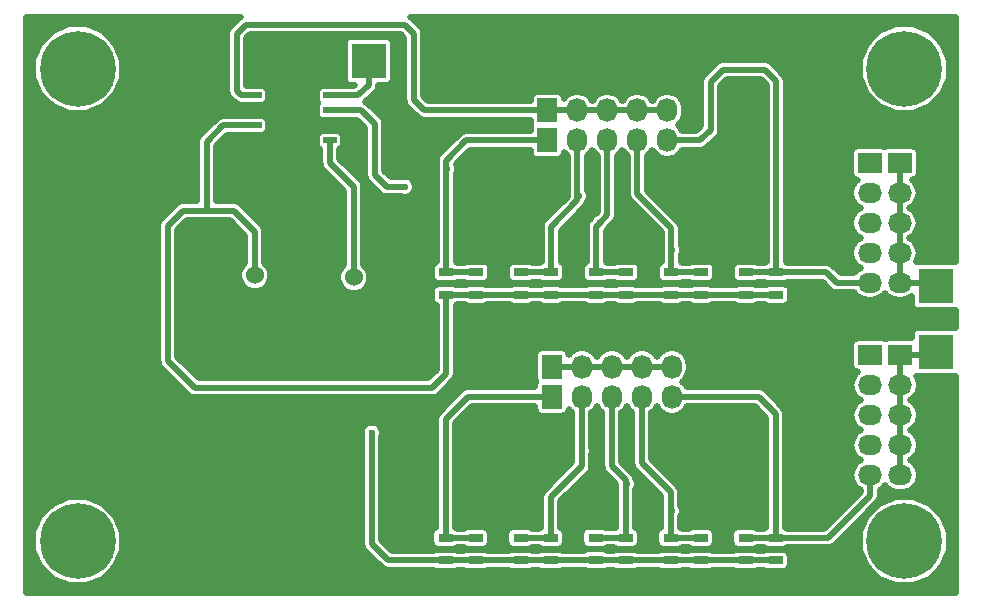
<source format=gbr>
G04 #@! TF.FileFunction,Copper,L1,Top,Signal*
%FSLAX46Y46*%
G04 Gerber Fmt 4.6, Leading zero omitted, Abs format (unit mm)*
G04 Created by KiCad (PCBNEW 4.0.5+dfsg1-4) date Wed May  3 19:23:34 2017*
%MOMM*%
%LPD*%
G01*
G04 APERTURE LIST*
%ADD10C,0.100000*%
%ADD11C,0.600000*%
%ADD12R,1.300000X0.700000*%
%ADD13C,6.400000*%
%ADD14R,1.727200X2.032000*%
%ADD15O,1.727200X2.032000*%
%ADD16R,2.032000X1.727200*%
%ADD17O,2.032000X1.727200*%
%ADD18C,1.524000*%
%ADD19R,1.143000X0.508000*%
%ADD20R,3.000000X3.000000*%
%ADD21C,0.500000*%
G04 APERTURE END LIST*
D10*
D11*
X174117000Y-107188000D03*
X173228000Y-114427000D03*
X175641000Y-116840000D03*
X165862000Y-120015000D03*
X146812000Y-109855000D03*
X139319000Y-117983000D03*
X123952000Y-124333000D03*
X118872000Y-90170000D03*
X123698000Y-108712000D03*
X146685000Y-97028000D03*
X166624000Y-97917000D03*
X173990000Y-84836000D03*
D12*
X143192500Y-103253500D03*
X143192500Y-105153500D03*
D13*
X182000000Y-126000000D03*
D14*
X151765000Y-89535000D03*
D15*
X154305000Y-89535000D03*
X156845000Y-89535000D03*
X159385000Y-89535000D03*
X161925000Y-89535000D03*
D14*
X151765000Y-92075000D03*
D15*
X154305000Y-92075000D03*
X156845000Y-92075000D03*
X159385000Y-92075000D03*
X161925000Y-92075000D03*
D16*
X179070000Y-93980000D03*
D17*
X179070000Y-96520000D03*
X179070000Y-99060000D03*
X179070000Y-101600000D03*
X179070000Y-104140000D03*
D16*
X181610000Y-93980000D03*
D17*
X181610000Y-96520000D03*
X181610000Y-99060000D03*
X181610000Y-101600000D03*
X181610000Y-104140000D03*
D18*
X127000000Y-103500000D03*
X127000000Y-108500000D03*
X135382000Y-103672000D03*
X135382000Y-108672000D03*
D16*
X181627000Y-110252000D03*
D17*
X181627000Y-112792000D03*
X181627000Y-115332000D03*
X181627000Y-117872000D03*
X181627000Y-120412000D03*
D16*
X179087000Y-110252000D03*
D17*
X179087000Y-112792000D03*
X179087000Y-115332000D03*
X179087000Y-117872000D03*
X179087000Y-120412000D03*
D14*
X152146000Y-111252000D03*
D15*
X154686000Y-111252000D03*
X157226000Y-111252000D03*
X159766000Y-111252000D03*
X162306000Y-111252000D03*
D14*
X152146000Y-113792000D03*
D15*
X154686000Y-113792000D03*
X157226000Y-113792000D03*
X159766000Y-113792000D03*
X162306000Y-113792000D03*
D12*
X168544000Y-125731000D03*
X168544000Y-127631000D03*
X171132500Y-103253500D03*
X171132500Y-105153500D03*
X162242500Y-103253500D03*
X162242500Y-105153500D03*
X155892500Y-103253500D03*
X155892500Y-105153500D03*
X149542500Y-103253500D03*
X149542500Y-105153500D03*
X143144000Y-125731000D03*
X143144000Y-127631000D03*
X152034000Y-125731000D03*
X152034000Y-127631000D03*
X158384000Y-125731000D03*
X158384000Y-127631000D03*
X164734000Y-125731000D03*
X164734000Y-127631000D03*
X168592500Y-103253500D03*
X168592500Y-105153500D03*
X164782500Y-103253500D03*
X164782500Y-105153500D03*
X158432500Y-103253500D03*
X158432500Y-105153500D03*
X152082500Y-103253500D03*
X152082500Y-105153500D03*
X145732500Y-103253500D03*
X145732500Y-105153500D03*
X145684000Y-125731000D03*
X145684000Y-127631000D03*
X149494000Y-125731000D03*
X149494000Y-127631000D03*
X162194000Y-125731000D03*
X162194000Y-127631000D03*
X171084000Y-125731000D03*
X171084000Y-127631000D03*
D19*
X133350000Y-88265000D03*
X133350000Y-89535000D03*
X133350000Y-90805000D03*
X133350000Y-92075000D03*
X127000000Y-92075000D03*
X127000000Y-90805000D03*
X127000000Y-89535000D03*
X127000000Y-88265000D03*
D13*
X112000000Y-86000000D03*
X112000000Y-126000000D03*
X182000000Y-86000000D03*
D20*
X184658000Y-104394000D03*
X136652000Y-85344000D03*
X112014000Y-95250000D03*
X184658000Y-109982000D03*
D12*
X155839000Y-125716000D03*
X155839000Y-127616000D03*
D11*
X130048000Y-96774000D03*
X155702000Y-84836000D03*
X168402000Y-116332000D03*
X168148000Y-90170000D03*
X153924000Y-100838000D03*
X159512000Y-101092000D03*
X148844000Y-100584000D03*
X160274000Y-123444000D03*
X155448000Y-122682000D03*
X147828000Y-119888000D03*
X112014000Y-103886000D03*
X162306000Y-101346000D03*
X156210000Y-99060000D03*
X154432000Y-96774000D03*
X143256000Y-94488000D03*
X154686000Y-118364000D03*
X158496000Y-121158000D03*
X162306000Y-123444000D03*
X139700000Y-96012000D03*
X136906000Y-116840000D03*
D21*
X161925000Y-92075000D02*
X164719000Y-92075000D01*
X171132500Y-87058500D02*
X171132500Y-103253500D01*
X170180000Y-86106000D02*
X171132500Y-87058500D01*
X166624000Y-86106000D02*
X170180000Y-86106000D01*
X165608000Y-87122000D02*
X166624000Y-86106000D01*
X165608000Y-91186000D02*
X165608000Y-87122000D01*
X164719000Y-92075000D02*
X165608000Y-91186000D01*
X179070000Y-104140000D02*
X176276000Y-104140000D01*
X175389500Y-103253500D02*
X171132500Y-103253500D01*
X176276000Y-104140000D02*
X175389500Y-103253500D01*
X168592500Y-103253500D02*
X171132500Y-103253500D01*
X162242500Y-103253500D02*
X164782500Y-103253500D01*
X162306000Y-101346000D02*
X162242500Y-101346000D01*
X162242500Y-101346000D02*
X162306000Y-101346000D01*
X162306000Y-101346000D02*
X162242500Y-101346000D01*
X162242500Y-103253500D02*
X162242500Y-101346000D01*
X162242500Y-101346000D02*
X162242500Y-100838000D01*
X162242500Y-100838000D02*
X162242500Y-99504500D01*
X159385000Y-96647000D02*
X159385000Y-92075000D01*
X162242500Y-99504500D02*
X159385000Y-96647000D01*
X155892500Y-103253500D02*
X155892500Y-99377500D01*
X156845000Y-98425000D02*
X156845000Y-92075000D01*
X155892500Y-99377500D02*
X156210000Y-99060000D01*
X156210000Y-99060000D02*
X156845000Y-98425000D01*
X155892500Y-103253500D02*
X158432500Y-103253500D01*
X154432000Y-96774000D02*
X154305000Y-96774000D01*
X154305000Y-96774000D02*
X154432000Y-96774000D01*
X154432000Y-96774000D02*
X154305000Y-96774000D01*
X152082500Y-103253500D02*
X152082500Y-99377500D01*
X154305000Y-97155000D02*
X154305000Y-96774000D01*
X154305000Y-96774000D02*
X154305000Y-96520000D01*
X154305000Y-96520000D02*
X154305000Y-92075000D01*
X152082500Y-99377500D02*
X154305000Y-97155000D01*
X149542500Y-103253500D02*
X152082500Y-103253500D01*
X143256000Y-94488000D02*
X143192500Y-94488000D01*
X143192500Y-94488000D02*
X143256000Y-94488000D01*
X143256000Y-94488000D02*
X143192500Y-94488000D01*
X151765000Y-92075000D02*
X144907000Y-92075000D01*
X143192500Y-93789500D02*
X143192500Y-94488000D01*
X143192500Y-94488000D02*
X143192500Y-103253500D01*
X144907000Y-92075000D02*
X143192500Y-93789500D01*
X143192500Y-103253500D02*
X145732500Y-103253500D01*
X151765000Y-89535000D02*
X141351000Y-89535000D01*
X125857000Y-88265000D02*
X127000000Y-88265000D01*
X125476000Y-87884000D02*
X125857000Y-88265000D01*
X125476000Y-83058000D02*
X125476000Y-87884000D01*
X126238000Y-82296000D02*
X125476000Y-83058000D01*
X139700000Y-82296000D02*
X126238000Y-82296000D01*
X140462000Y-83058000D02*
X139700000Y-82296000D01*
X140462000Y-88646000D02*
X140462000Y-83058000D01*
X141351000Y-89535000D02*
X140462000Y-88646000D01*
X151765000Y-89535000D02*
X154305000Y-89535000D01*
X154305000Y-89535000D02*
X156845000Y-89535000D01*
X156845000Y-89535000D02*
X159385000Y-89535000D01*
X159385000Y-89535000D02*
X161925000Y-89535000D01*
X181610000Y-104140000D02*
X184404000Y-104140000D01*
X184404000Y-104140000D02*
X184658000Y-104394000D01*
X181610000Y-93980000D02*
X181610000Y-96520000D01*
X181610000Y-96520000D02*
X181610000Y-99060000D01*
X181610000Y-99060000D02*
X181610000Y-101600000D01*
X181610000Y-101600000D02*
X181610000Y-104140000D01*
X133350000Y-88265000D02*
X135763000Y-88265000D01*
X136652000Y-87376000D02*
X136652000Y-85344000D01*
X135763000Y-88265000D02*
X136652000Y-87376000D01*
X143144000Y-125731000D02*
X143144000Y-115682000D01*
X145034000Y-113792000D02*
X152146000Y-113792000D01*
X143144000Y-115682000D02*
X145034000Y-113792000D01*
X143144000Y-125731000D02*
X145684000Y-125731000D01*
X152034000Y-125731000D02*
X152034000Y-122286000D01*
X154686000Y-119634000D02*
X154686000Y-118364000D01*
X154686000Y-118364000D02*
X154686000Y-113792000D01*
X152034000Y-122286000D02*
X154686000Y-119634000D01*
X152034000Y-125731000D02*
X149494000Y-125731000D01*
X158496000Y-121158000D02*
X158384000Y-121158000D01*
X158384000Y-121158000D02*
X158496000Y-121158000D01*
X158496000Y-121158000D02*
X158384000Y-121158000D01*
X158384000Y-125731000D02*
X158384000Y-121158000D01*
X158384000Y-121158000D02*
X158384000Y-120792000D01*
X157226000Y-119634000D02*
X157226000Y-113792000D01*
X158384000Y-120792000D02*
X157226000Y-119634000D01*
X155839000Y-125716000D02*
X158369000Y-125716000D01*
X158369000Y-125716000D02*
X158384000Y-125731000D01*
X162306000Y-123444000D02*
X162194000Y-123444000D01*
X162194000Y-123444000D02*
X162306000Y-123444000D01*
X162306000Y-123444000D02*
X162194000Y-123444000D01*
X162194000Y-125731000D02*
X162194000Y-123444000D01*
X162194000Y-123444000D02*
X162194000Y-121808000D01*
X159766000Y-119380000D02*
X159766000Y-113792000D01*
X162194000Y-121808000D02*
X159766000Y-119380000D01*
X162194000Y-125731000D02*
X164734000Y-125731000D01*
X162306000Y-113792000D02*
X169672000Y-113792000D01*
X171084000Y-115204000D02*
X171084000Y-125731000D01*
X169672000Y-113792000D02*
X171084000Y-115204000D01*
X179087000Y-120412000D02*
X179087000Y-122157000D01*
X175513000Y-125731000D02*
X171084000Y-125731000D01*
X179087000Y-122157000D02*
X175513000Y-125731000D01*
X168544000Y-125731000D02*
X168544000Y-125618000D01*
X168544000Y-125731000D02*
X171084000Y-125731000D01*
X181627000Y-117872000D02*
X181627000Y-120412000D01*
X181627000Y-115332000D02*
X181627000Y-117872000D01*
X181627000Y-112792000D02*
X181627000Y-115332000D01*
X181627000Y-110252000D02*
X181627000Y-112792000D01*
X181627000Y-110252000D02*
X184388000Y-110252000D01*
X184388000Y-110252000D02*
X184658000Y-109982000D01*
X133350000Y-89535000D02*
X136017000Y-89535000D01*
X138176000Y-96012000D02*
X139700000Y-96012000D01*
X137160000Y-94996000D02*
X138176000Y-96012000D01*
X137160000Y-90678000D02*
X137160000Y-94996000D01*
X136017000Y-89535000D02*
X137160000Y-90678000D01*
X159766000Y-111252000D02*
X162306000Y-111252000D01*
X157226000Y-111252000D02*
X159766000Y-111252000D01*
X154686000Y-111252000D02*
X157226000Y-111252000D01*
X152146000Y-111252000D02*
X154686000Y-111252000D01*
X127000000Y-90805000D02*
X124333000Y-90805000D01*
X122936000Y-92202000D02*
X122936000Y-98044000D01*
X124333000Y-90805000D02*
X122936000Y-92202000D01*
X168592500Y-105153500D02*
X171132500Y-105153500D01*
X164782500Y-105153500D02*
X168592500Y-105153500D01*
X162242500Y-105153500D02*
X164782500Y-105153500D01*
X158432500Y-105153500D02*
X162242500Y-105153500D01*
X155892500Y-105153500D02*
X158432500Y-105153500D01*
X152082500Y-105153500D02*
X155892500Y-105153500D01*
X149542500Y-105153500D02*
X152082500Y-105153500D01*
X145732500Y-105153500D02*
X149542500Y-105153500D01*
X143192500Y-105153500D02*
X145732500Y-105153500D01*
X127000000Y-103500000D02*
X127000000Y-99822000D01*
X143192500Y-111823500D02*
X143192500Y-105153500D01*
X141986000Y-113030000D02*
X143192500Y-111823500D01*
X121920000Y-113030000D02*
X141986000Y-113030000D01*
X119634000Y-110744000D02*
X121920000Y-113030000D01*
X119634000Y-99314000D02*
X119634000Y-110744000D01*
X120904000Y-98044000D02*
X119634000Y-99314000D01*
X125222000Y-98044000D02*
X122936000Y-98044000D01*
X122936000Y-98044000D02*
X120904000Y-98044000D01*
X127000000Y-99822000D02*
X125222000Y-98044000D01*
X143144000Y-127631000D02*
X138299000Y-127631000D01*
X136906000Y-126238000D02*
X136906000Y-116840000D01*
X138299000Y-127631000D02*
X136906000Y-126238000D01*
X149494000Y-127631000D02*
X152034000Y-127631000D01*
X152034000Y-127631000D02*
X152049000Y-127616000D01*
X152049000Y-127616000D02*
X155839000Y-127616000D01*
X155839000Y-127616000D02*
X155854000Y-127631000D01*
X155854000Y-127631000D02*
X158384000Y-127631000D01*
X158384000Y-127631000D02*
X162194000Y-127631000D01*
X162194000Y-127631000D02*
X164734000Y-127631000D01*
X164734000Y-127631000D02*
X168544000Y-127631000D01*
X168544000Y-127631000D02*
X171084000Y-127631000D01*
X145684000Y-127631000D02*
X149494000Y-127631000D01*
X143144000Y-127631000D02*
X145684000Y-127631000D01*
X135382000Y-103672000D02*
X135382000Y-96012000D01*
X135382000Y-96012000D02*
X133350000Y-93980000D01*
X133350000Y-93980000D02*
X133350000Y-92075000D01*
G36*
X125672315Y-81730314D02*
X124910315Y-82492315D01*
X124736896Y-82751853D01*
X124676000Y-83058000D01*
X124676000Y-87884000D01*
X124721969Y-88115104D01*
X124736896Y-88190147D01*
X124910315Y-88449685D01*
X125291314Y-88830685D01*
X125410035Y-88910012D01*
X125550853Y-89004104D01*
X125857000Y-89065000D01*
X126355539Y-89065000D01*
X126428500Y-89079775D01*
X127571500Y-89079775D01*
X127775318Y-89041424D01*
X127962512Y-88920968D01*
X128088094Y-88737173D01*
X128132275Y-88519000D01*
X128132275Y-88011000D01*
X132217725Y-88011000D01*
X132217725Y-88519000D01*
X132256076Y-88722818D01*
X132371579Y-88902315D01*
X132261906Y-89062827D01*
X132217725Y-89281000D01*
X132217725Y-89789000D01*
X132256076Y-89992818D01*
X132376532Y-90180012D01*
X132560327Y-90305594D01*
X132778500Y-90349775D01*
X133921500Y-90349775D01*
X134000022Y-90335000D01*
X135685630Y-90335000D01*
X136360000Y-91009370D01*
X136360000Y-94996000D01*
X136405969Y-95227104D01*
X136420896Y-95302147D01*
X136594315Y-95561685D01*
X137610315Y-96577685D01*
X137869853Y-96751104D01*
X138176000Y-96812000D01*
X139410127Y-96812000D01*
X139530183Y-96861852D01*
X139868334Y-96862147D01*
X140180857Y-96733015D01*
X140420174Y-96494115D01*
X140549852Y-96181817D01*
X140550147Y-95843666D01*
X140421015Y-95531143D01*
X140182115Y-95291826D01*
X139869817Y-95162148D01*
X139531666Y-95161853D01*
X139410301Y-95212000D01*
X138507370Y-95212000D01*
X137960000Y-94664630D01*
X137960000Y-90678000D01*
X137899104Y-90371853D01*
X137725685Y-90112315D01*
X136582685Y-88969315D01*
X136347321Y-88812049D01*
X137217686Y-87941685D01*
X137391104Y-87682147D01*
X137446276Y-87404775D01*
X138152000Y-87404775D01*
X138355818Y-87366424D01*
X138543012Y-87245968D01*
X138668594Y-87062173D01*
X138712775Y-86844000D01*
X138712775Y-83844000D01*
X138674424Y-83640182D01*
X138553968Y-83452988D01*
X138370173Y-83327406D01*
X138152000Y-83283225D01*
X135152000Y-83283225D01*
X134948182Y-83321576D01*
X134760988Y-83442032D01*
X134635406Y-83625827D01*
X134591225Y-83844000D01*
X134591225Y-86844000D01*
X134629576Y-87047818D01*
X134750032Y-87235012D01*
X134933827Y-87360594D01*
X135152000Y-87404775D01*
X135491855Y-87404775D01*
X135431630Y-87465000D01*
X133994461Y-87465000D01*
X133921500Y-87450225D01*
X132778500Y-87450225D01*
X132574682Y-87488576D01*
X132387488Y-87609032D01*
X132261906Y-87792827D01*
X132217725Y-88011000D01*
X128132275Y-88011000D01*
X128093924Y-87807182D01*
X127973468Y-87619988D01*
X127789673Y-87494406D01*
X127571500Y-87450225D01*
X126428500Y-87450225D01*
X126349978Y-87465000D01*
X126276000Y-87465000D01*
X126276000Y-83389370D01*
X126569371Y-83096000D01*
X139368630Y-83096000D01*
X139662000Y-83389371D01*
X139662000Y-88646000D01*
X139698736Y-88830685D01*
X139722896Y-88952147D01*
X139896315Y-89211685D01*
X140785315Y-90100686D01*
X140992788Y-90239315D01*
X141044853Y-90274104D01*
X141351000Y-90335000D01*
X150340625Y-90335000D01*
X150340625Y-90551000D01*
X150378976Y-90754818D01*
X150410306Y-90803506D01*
X150384806Y-90840827D01*
X150340625Y-91059000D01*
X150340625Y-91275000D01*
X144907000Y-91275000D01*
X144600853Y-91335896D01*
X144341314Y-91509315D01*
X142626815Y-93223815D01*
X142453396Y-93483353D01*
X142392500Y-93789500D01*
X142392500Y-102370949D01*
X142338682Y-102381076D01*
X142151488Y-102501532D01*
X142025906Y-102685327D01*
X141981725Y-102903500D01*
X141981725Y-103603500D01*
X142020076Y-103807318D01*
X142140532Y-103994512D01*
X142324327Y-104120094D01*
X142542500Y-104164275D01*
X143842500Y-104164275D01*
X144046318Y-104125924D01*
X144158868Y-104053500D01*
X144766864Y-104053500D01*
X144864327Y-104120094D01*
X145082500Y-104164275D01*
X146382500Y-104164275D01*
X146586318Y-104125924D01*
X146773512Y-104005468D01*
X146899094Y-103821673D01*
X146943275Y-103603500D01*
X146943275Y-102903500D01*
X146904924Y-102699682D01*
X146784468Y-102512488D01*
X146600673Y-102386906D01*
X146382500Y-102342725D01*
X145082500Y-102342725D01*
X144878682Y-102381076D01*
X144766132Y-102453500D01*
X144158136Y-102453500D01*
X144060673Y-102386906D01*
X143992500Y-102373101D01*
X143992500Y-94930798D01*
X144105852Y-94657817D01*
X144106147Y-94319666D01*
X144014794Y-94098576D01*
X145238371Y-92875000D01*
X150340625Y-92875000D01*
X150340625Y-93091000D01*
X150378976Y-93294818D01*
X150499432Y-93482012D01*
X150683227Y-93607594D01*
X150901400Y-93651775D01*
X152628600Y-93651775D01*
X152832418Y-93613424D01*
X153019612Y-93492968D01*
X153145194Y-93309173D01*
X153189375Y-93091000D01*
X153189375Y-93083951D01*
X153305434Y-93257646D01*
X153505000Y-93390992D01*
X153505000Y-96823629D01*
X151516815Y-98811815D01*
X151343396Y-99071353D01*
X151282500Y-99377500D01*
X151282500Y-102370949D01*
X151228682Y-102381076D01*
X151116132Y-102453500D01*
X150508136Y-102453500D01*
X150410673Y-102386906D01*
X150192500Y-102342725D01*
X148892500Y-102342725D01*
X148688682Y-102381076D01*
X148501488Y-102501532D01*
X148375906Y-102685327D01*
X148331725Y-102903500D01*
X148331725Y-103603500D01*
X148370076Y-103807318D01*
X148490532Y-103994512D01*
X148674327Y-104120094D01*
X148892500Y-104164275D01*
X150192500Y-104164275D01*
X150396318Y-104125924D01*
X150508868Y-104053500D01*
X151116864Y-104053500D01*
X151214327Y-104120094D01*
X151432500Y-104164275D01*
X152732500Y-104164275D01*
X152936318Y-104125924D01*
X153123512Y-104005468D01*
X153249094Y-103821673D01*
X153293275Y-103603500D01*
X153293275Y-102903500D01*
X153254924Y-102699682D01*
X153134468Y-102512488D01*
X152950673Y-102386906D01*
X152882500Y-102373101D01*
X152882500Y-99708870D01*
X154870686Y-97720685D01*
X155044104Y-97461147D01*
X155068216Y-97339927D01*
X155152174Y-97256115D01*
X155281852Y-96943817D01*
X155282147Y-96605666D01*
X155153015Y-96293143D01*
X155105000Y-96245044D01*
X155105000Y-93390992D01*
X155304566Y-93257646D01*
X155575000Y-92852913D01*
X155845434Y-93257646D01*
X156045000Y-93390992D01*
X156045000Y-98093629D01*
X155849287Y-98289342D01*
X155729143Y-98338985D01*
X155489826Y-98577885D01*
X155439467Y-98699163D01*
X155326815Y-98811815D01*
X155153396Y-99071353D01*
X155092500Y-99377500D01*
X155092500Y-102370949D01*
X155038682Y-102381076D01*
X154851488Y-102501532D01*
X154725906Y-102685327D01*
X154681725Y-102903500D01*
X154681725Y-103603500D01*
X154720076Y-103807318D01*
X154840532Y-103994512D01*
X155024327Y-104120094D01*
X155242500Y-104164275D01*
X156542500Y-104164275D01*
X156746318Y-104125924D01*
X156858868Y-104053500D01*
X157466864Y-104053500D01*
X157564327Y-104120094D01*
X157782500Y-104164275D01*
X159082500Y-104164275D01*
X159286318Y-104125924D01*
X159473512Y-104005468D01*
X159599094Y-103821673D01*
X159643275Y-103603500D01*
X159643275Y-102903500D01*
X159604924Y-102699682D01*
X159484468Y-102512488D01*
X159300673Y-102386906D01*
X159082500Y-102342725D01*
X157782500Y-102342725D01*
X157578682Y-102381076D01*
X157466132Y-102453500D01*
X156858136Y-102453500D01*
X156760673Y-102386906D01*
X156692500Y-102373101D01*
X156692500Y-99779375D01*
X156930174Y-99542115D01*
X156980533Y-99420837D01*
X157410686Y-98990685D01*
X157584104Y-98731147D01*
X157645000Y-98425000D01*
X157645000Y-93390992D01*
X157844566Y-93257646D01*
X158115000Y-92852913D01*
X158385434Y-93257646D01*
X158585000Y-93390992D01*
X158585000Y-96647000D01*
X158627795Y-96862147D01*
X158645896Y-96953147D01*
X158819315Y-97212685D01*
X161442500Y-99835871D01*
X161442500Y-102370949D01*
X161388682Y-102381076D01*
X161201488Y-102501532D01*
X161075906Y-102685327D01*
X161031725Y-102903500D01*
X161031725Y-103603500D01*
X161070076Y-103807318D01*
X161190532Y-103994512D01*
X161374327Y-104120094D01*
X161592500Y-104164275D01*
X162892500Y-104164275D01*
X163096318Y-104125924D01*
X163208868Y-104053500D01*
X163816864Y-104053500D01*
X163914327Y-104120094D01*
X164132500Y-104164275D01*
X165432500Y-104164275D01*
X165636318Y-104125924D01*
X165823512Y-104005468D01*
X165949094Y-103821673D01*
X165993275Y-103603500D01*
X165993275Y-102903500D01*
X165954924Y-102699682D01*
X165834468Y-102512488D01*
X165650673Y-102386906D01*
X165432500Y-102342725D01*
X164132500Y-102342725D01*
X163928682Y-102381076D01*
X163816132Y-102453500D01*
X163208136Y-102453500D01*
X163110673Y-102386906D01*
X163042500Y-102373101D01*
X163042500Y-101788798D01*
X163155852Y-101515817D01*
X163156147Y-101177666D01*
X163042500Y-100902620D01*
X163042500Y-99504500D01*
X162981604Y-99198353D01*
X162863768Y-99022000D01*
X162808185Y-98938814D01*
X160185000Y-96315630D01*
X160185000Y-93390992D01*
X160384566Y-93257646D01*
X160655000Y-92852913D01*
X160925434Y-93257646D01*
X161384039Y-93564076D01*
X161925000Y-93671680D01*
X162465961Y-93564076D01*
X162924566Y-93257646D01*
X163180242Y-92875000D01*
X164719000Y-92875000D01*
X165025147Y-92814104D01*
X165284685Y-92640685D01*
X166173686Y-91751685D01*
X166347104Y-91492147D01*
X166408000Y-91186000D01*
X166408000Y-87453370D01*
X166955370Y-86906000D01*
X169848630Y-86906000D01*
X170332500Y-87389871D01*
X170332500Y-102370949D01*
X170278682Y-102381076D01*
X170166132Y-102453500D01*
X169558136Y-102453500D01*
X169460673Y-102386906D01*
X169242500Y-102342725D01*
X167942500Y-102342725D01*
X167738682Y-102381076D01*
X167551488Y-102501532D01*
X167425906Y-102685327D01*
X167381725Y-102903500D01*
X167381725Y-103603500D01*
X167420076Y-103807318D01*
X167540532Y-103994512D01*
X167724327Y-104120094D01*
X167942500Y-104164275D01*
X169242500Y-104164275D01*
X169446318Y-104125924D01*
X169558868Y-104053500D01*
X170166864Y-104053500D01*
X170264327Y-104120094D01*
X170482500Y-104164275D01*
X171782500Y-104164275D01*
X171986318Y-104125924D01*
X172098868Y-104053500D01*
X175058130Y-104053500D01*
X175710314Y-104705685D01*
X175969853Y-104879104D01*
X176276000Y-104940000D01*
X177754008Y-104940000D01*
X177887354Y-105139566D01*
X178345959Y-105445996D01*
X178886920Y-105553600D01*
X179253080Y-105553600D01*
X179794041Y-105445996D01*
X180252646Y-105139566D01*
X180340000Y-105008831D01*
X180427354Y-105139566D01*
X180885959Y-105445996D01*
X181426920Y-105553600D01*
X181793080Y-105553600D01*
X182334041Y-105445996D01*
X182597225Y-105270142D01*
X182597225Y-105894000D01*
X182635576Y-106097818D01*
X182756032Y-106285012D01*
X182939827Y-106410594D01*
X183158000Y-106454775D01*
X186158000Y-106454775D01*
X186350000Y-106418648D01*
X186350000Y-107960106D01*
X186158000Y-107921225D01*
X183158000Y-107921225D01*
X182954182Y-107959576D01*
X182766988Y-108080032D01*
X182641406Y-108263827D01*
X182597225Y-108482000D01*
X182597225Y-108827625D01*
X180611000Y-108827625D01*
X180407182Y-108865976D01*
X180358494Y-108897306D01*
X180321173Y-108871806D01*
X180103000Y-108827625D01*
X178071000Y-108827625D01*
X177867182Y-108865976D01*
X177679988Y-108986432D01*
X177554406Y-109170227D01*
X177510225Y-109388400D01*
X177510225Y-111115600D01*
X177548576Y-111319418D01*
X177669032Y-111506612D01*
X177852827Y-111632194D01*
X178071000Y-111676375D01*
X178078049Y-111676375D01*
X177904354Y-111792434D01*
X177597924Y-112251039D01*
X177490320Y-112792000D01*
X177597924Y-113332961D01*
X177904354Y-113791566D01*
X178309087Y-114062000D01*
X177904354Y-114332434D01*
X177597924Y-114791039D01*
X177490320Y-115332000D01*
X177597924Y-115872961D01*
X177904354Y-116331566D01*
X178309087Y-116602000D01*
X177904354Y-116872434D01*
X177597924Y-117331039D01*
X177490320Y-117872000D01*
X177597924Y-118412961D01*
X177904354Y-118871566D01*
X178309087Y-119142000D01*
X177904354Y-119412434D01*
X177597924Y-119871039D01*
X177490320Y-120412000D01*
X177597924Y-120952961D01*
X177904354Y-121411566D01*
X178287000Y-121667242D01*
X178287000Y-121825629D01*
X175181630Y-124931000D01*
X172049636Y-124931000D01*
X171952173Y-124864406D01*
X171884000Y-124850601D01*
X171884000Y-115204000D01*
X171823104Y-114897853D01*
X171751733Y-114791039D01*
X171649686Y-114638315D01*
X170237685Y-113226315D01*
X169978147Y-113052896D01*
X169672000Y-112992000D01*
X163561242Y-112992000D01*
X163305566Y-112609354D01*
X163174831Y-112522000D01*
X163305566Y-112434646D01*
X163611996Y-111976041D01*
X163719600Y-111435080D01*
X163719600Y-111068920D01*
X163611996Y-110527959D01*
X163305566Y-110069354D01*
X162846961Y-109762924D01*
X162306000Y-109655320D01*
X161765039Y-109762924D01*
X161306434Y-110069354D01*
X161050758Y-110452000D01*
X161021242Y-110452000D01*
X160765566Y-110069354D01*
X160306961Y-109762924D01*
X159766000Y-109655320D01*
X159225039Y-109762924D01*
X158766434Y-110069354D01*
X158510758Y-110452000D01*
X158481242Y-110452000D01*
X158225566Y-110069354D01*
X157766961Y-109762924D01*
X157226000Y-109655320D01*
X156685039Y-109762924D01*
X156226434Y-110069354D01*
X155970758Y-110452000D01*
X155941242Y-110452000D01*
X155685566Y-110069354D01*
X155226961Y-109762924D01*
X154686000Y-109655320D01*
X154145039Y-109762924D01*
X153686434Y-110069354D01*
X153570375Y-110243049D01*
X153570375Y-110236000D01*
X153532024Y-110032182D01*
X153411568Y-109844988D01*
X153227773Y-109719406D01*
X153009600Y-109675225D01*
X151282400Y-109675225D01*
X151078582Y-109713576D01*
X150891388Y-109834032D01*
X150765806Y-110017827D01*
X150721625Y-110236000D01*
X150721625Y-112268000D01*
X150759976Y-112471818D01*
X150791306Y-112520506D01*
X150765806Y-112557827D01*
X150721625Y-112776000D01*
X150721625Y-112992000D01*
X145034000Y-112992000D01*
X144727853Y-113052896D01*
X144468315Y-113226314D01*
X142578315Y-115116315D01*
X142404896Y-115375853D01*
X142344000Y-115682000D01*
X142344000Y-124848449D01*
X142290182Y-124858576D01*
X142102988Y-124979032D01*
X141977406Y-125162827D01*
X141933225Y-125381000D01*
X141933225Y-126081000D01*
X141971576Y-126284818D01*
X142092032Y-126472012D01*
X142275827Y-126597594D01*
X142494000Y-126641775D01*
X143794000Y-126641775D01*
X143997818Y-126603424D01*
X144110368Y-126531000D01*
X144718364Y-126531000D01*
X144815827Y-126597594D01*
X145034000Y-126641775D01*
X146334000Y-126641775D01*
X146537818Y-126603424D01*
X146725012Y-126482968D01*
X146850594Y-126299173D01*
X146894775Y-126081000D01*
X146894775Y-125381000D01*
X146856424Y-125177182D01*
X146735968Y-124989988D01*
X146552173Y-124864406D01*
X146334000Y-124820225D01*
X145034000Y-124820225D01*
X144830182Y-124858576D01*
X144717632Y-124931000D01*
X144109636Y-124931000D01*
X144012173Y-124864406D01*
X143944000Y-124850601D01*
X143944000Y-116013370D01*
X145365371Y-114592000D01*
X150721625Y-114592000D01*
X150721625Y-114808000D01*
X150759976Y-115011818D01*
X150880432Y-115199012D01*
X151064227Y-115324594D01*
X151282400Y-115368775D01*
X153009600Y-115368775D01*
X153213418Y-115330424D01*
X153400612Y-115209968D01*
X153526194Y-115026173D01*
X153570375Y-114808000D01*
X153570375Y-114800951D01*
X153686434Y-114974646D01*
X153886000Y-115107992D01*
X153886000Y-118074127D01*
X153836148Y-118194183D01*
X153835853Y-118532334D01*
X153886000Y-118653699D01*
X153886000Y-119302629D01*
X151468315Y-121720315D01*
X151294896Y-121979853D01*
X151234000Y-122286000D01*
X151234000Y-124848449D01*
X151180182Y-124858576D01*
X151067632Y-124931000D01*
X150459636Y-124931000D01*
X150362173Y-124864406D01*
X150144000Y-124820225D01*
X148844000Y-124820225D01*
X148640182Y-124858576D01*
X148452988Y-124979032D01*
X148327406Y-125162827D01*
X148283225Y-125381000D01*
X148283225Y-126081000D01*
X148321576Y-126284818D01*
X148442032Y-126472012D01*
X148625827Y-126597594D01*
X148844000Y-126641775D01*
X150144000Y-126641775D01*
X150347818Y-126603424D01*
X150460368Y-126531000D01*
X151068364Y-126531000D01*
X151165827Y-126597594D01*
X151384000Y-126641775D01*
X152684000Y-126641775D01*
X152887818Y-126603424D01*
X153075012Y-126482968D01*
X153200594Y-126299173D01*
X153244775Y-126081000D01*
X153244775Y-125381000D01*
X153206424Y-125177182D01*
X153085968Y-124989988D01*
X152902173Y-124864406D01*
X152834000Y-124850601D01*
X152834000Y-122617370D01*
X155251685Y-120199686D01*
X155425104Y-119940147D01*
X155475627Y-119686147D01*
X155486000Y-119634000D01*
X155486000Y-118653873D01*
X155535852Y-118533817D01*
X155536147Y-118195666D01*
X155486000Y-118074301D01*
X155486000Y-115107992D01*
X155685566Y-114974646D01*
X155956000Y-114569913D01*
X156226434Y-114974646D01*
X156426000Y-115107992D01*
X156426000Y-119634000D01*
X156436373Y-119686147D01*
X156486896Y-119940147D01*
X156660315Y-120199685D01*
X157584000Y-121123371D01*
X157584000Y-124848449D01*
X157530182Y-124858576D01*
X157440943Y-124916000D01*
X156804636Y-124916000D01*
X156707173Y-124849406D01*
X156489000Y-124805225D01*
X155189000Y-124805225D01*
X154985182Y-124843576D01*
X154797988Y-124964032D01*
X154672406Y-125147827D01*
X154628225Y-125366000D01*
X154628225Y-126066000D01*
X154666576Y-126269818D01*
X154787032Y-126457012D01*
X154970827Y-126582594D01*
X155189000Y-126626775D01*
X156489000Y-126626775D01*
X156692818Y-126588424D01*
X156805368Y-126516000D01*
X157396410Y-126516000D01*
X157515827Y-126597594D01*
X157734000Y-126641775D01*
X159034000Y-126641775D01*
X159237818Y-126603424D01*
X159425012Y-126482968D01*
X159550594Y-126299173D01*
X159594775Y-126081000D01*
X159594775Y-125381000D01*
X159556424Y-125177182D01*
X159435968Y-124989988D01*
X159252173Y-124864406D01*
X159184000Y-124850601D01*
X159184000Y-121672233D01*
X159216174Y-121640115D01*
X159345852Y-121327817D01*
X159346147Y-120989666D01*
X159217015Y-120677143D01*
X159147253Y-120607259D01*
X159123104Y-120485853D01*
X159088457Y-120434000D01*
X158949685Y-120226314D01*
X158026000Y-119302630D01*
X158026000Y-115107992D01*
X158225566Y-114974646D01*
X158496000Y-114569913D01*
X158766434Y-114974646D01*
X158966000Y-115107992D01*
X158966000Y-119380000D01*
X159024260Y-119672896D01*
X159026896Y-119686147D01*
X159200315Y-119945685D01*
X161394000Y-122139371D01*
X161394000Y-124848449D01*
X161340182Y-124858576D01*
X161152988Y-124979032D01*
X161027406Y-125162827D01*
X160983225Y-125381000D01*
X160983225Y-126081000D01*
X161021576Y-126284818D01*
X161142032Y-126472012D01*
X161325827Y-126597594D01*
X161544000Y-126641775D01*
X162844000Y-126641775D01*
X163047818Y-126603424D01*
X163160368Y-126531000D01*
X163768364Y-126531000D01*
X163865827Y-126597594D01*
X164084000Y-126641775D01*
X165384000Y-126641775D01*
X165587818Y-126603424D01*
X165775012Y-126482968D01*
X165900594Y-126299173D01*
X165944775Y-126081000D01*
X165944775Y-125381000D01*
X165906424Y-125177182D01*
X165785968Y-124989988D01*
X165602173Y-124864406D01*
X165384000Y-124820225D01*
X164084000Y-124820225D01*
X163880182Y-124858576D01*
X163767632Y-124931000D01*
X163159636Y-124931000D01*
X163062173Y-124864406D01*
X162994000Y-124850601D01*
X162994000Y-123958233D01*
X163026174Y-123926115D01*
X163155852Y-123613817D01*
X163156147Y-123275666D01*
X163027015Y-122963143D01*
X162994000Y-122930070D01*
X162994000Y-121808000D01*
X162933104Y-121501853D01*
X162863642Y-121397897D01*
X162759686Y-121242315D01*
X160566000Y-119048630D01*
X160566000Y-115107992D01*
X160765566Y-114974646D01*
X161036000Y-114569913D01*
X161306434Y-114974646D01*
X161765039Y-115281076D01*
X162306000Y-115388680D01*
X162846961Y-115281076D01*
X163305566Y-114974646D01*
X163561242Y-114592000D01*
X169340630Y-114592000D01*
X170284000Y-115535371D01*
X170284000Y-124848449D01*
X170230182Y-124858576D01*
X170117632Y-124931000D01*
X169509636Y-124931000D01*
X169412173Y-124864406D01*
X169194000Y-124820225D01*
X168555186Y-124820225D01*
X168544000Y-124818000D01*
X168532814Y-124820225D01*
X167894000Y-124820225D01*
X167690182Y-124858576D01*
X167502988Y-124979032D01*
X167377406Y-125162827D01*
X167333225Y-125381000D01*
X167333225Y-126081000D01*
X167371576Y-126284818D01*
X167492032Y-126472012D01*
X167675827Y-126597594D01*
X167894000Y-126641775D01*
X169194000Y-126641775D01*
X169397818Y-126603424D01*
X169510368Y-126531000D01*
X170118364Y-126531000D01*
X170215827Y-126597594D01*
X170434000Y-126641775D01*
X171734000Y-126641775D01*
X171937818Y-126603424D01*
X172050368Y-126531000D01*
X175513000Y-126531000D01*
X175819147Y-126470104D01*
X176078685Y-126296685D01*
X179652685Y-122722686D01*
X179826104Y-122463147D01*
X179887000Y-122157000D01*
X179887000Y-121667242D01*
X180269646Y-121411566D01*
X180357000Y-121280831D01*
X180444354Y-121411566D01*
X180902959Y-121717996D01*
X181443920Y-121825600D01*
X181810080Y-121825600D01*
X182351041Y-121717996D01*
X182809646Y-121411566D01*
X183116076Y-120952961D01*
X183223680Y-120412000D01*
X183116076Y-119871039D01*
X182809646Y-119412434D01*
X182427000Y-119156758D01*
X182427000Y-119127242D01*
X182809646Y-118871566D01*
X183116076Y-118412961D01*
X183223680Y-117872000D01*
X183116076Y-117331039D01*
X182809646Y-116872434D01*
X182427000Y-116616758D01*
X182427000Y-116587242D01*
X182809646Y-116331566D01*
X183116076Y-115872961D01*
X183223680Y-115332000D01*
X183116076Y-114791039D01*
X182809646Y-114332434D01*
X182427000Y-114076758D01*
X182427000Y-114047242D01*
X182809646Y-113791566D01*
X183116076Y-113332961D01*
X183223680Y-112792000D01*
X183116076Y-112251039D01*
X182948582Y-112000367D01*
X183158000Y-112042775D01*
X186158000Y-112042775D01*
X186350000Y-112006648D01*
X186350000Y-130350000D01*
X107650000Y-130350000D01*
X107650000Y-126742649D01*
X108249350Y-126742649D01*
X108819051Y-128121429D01*
X109873022Y-129177242D01*
X111250806Y-129749348D01*
X112742649Y-129750650D01*
X114121429Y-129180949D01*
X115177242Y-128126978D01*
X115749348Y-126749194D01*
X115750650Y-125257351D01*
X115180949Y-123878571D01*
X114126978Y-122822758D01*
X112749194Y-122250652D01*
X111257351Y-122249350D01*
X109878571Y-122819051D01*
X108822758Y-123873022D01*
X108250652Y-125250806D01*
X108249350Y-126742649D01*
X107650000Y-126742649D01*
X107650000Y-117008334D01*
X136055853Y-117008334D01*
X136106000Y-117129699D01*
X136106000Y-126238000D01*
X136149564Y-126457012D01*
X136166896Y-126544147D01*
X136340315Y-126803685D01*
X137733314Y-128196685D01*
X137970404Y-128355104D01*
X137992853Y-128370104D01*
X138299000Y-128431000D01*
X142178364Y-128431000D01*
X142275827Y-128497594D01*
X142494000Y-128541775D01*
X143794000Y-128541775D01*
X143997818Y-128503424D01*
X144110368Y-128431000D01*
X144718364Y-128431000D01*
X144815827Y-128497594D01*
X145034000Y-128541775D01*
X146334000Y-128541775D01*
X146537818Y-128503424D01*
X146650368Y-128431000D01*
X148528364Y-128431000D01*
X148625827Y-128497594D01*
X148844000Y-128541775D01*
X150144000Y-128541775D01*
X150347818Y-128503424D01*
X150460368Y-128431000D01*
X151068364Y-128431000D01*
X151165827Y-128497594D01*
X151384000Y-128541775D01*
X152684000Y-128541775D01*
X152887818Y-128503424D01*
X153023679Y-128416000D01*
X154873364Y-128416000D01*
X154970827Y-128482594D01*
X155189000Y-128526775D01*
X156489000Y-128526775D01*
X156692818Y-128488424D01*
X156782057Y-128431000D01*
X157418364Y-128431000D01*
X157515827Y-128497594D01*
X157734000Y-128541775D01*
X159034000Y-128541775D01*
X159237818Y-128503424D01*
X159350368Y-128431000D01*
X161228364Y-128431000D01*
X161325827Y-128497594D01*
X161544000Y-128541775D01*
X162844000Y-128541775D01*
X163047818Y-128503424D01*
X163160368Y-128431000D01*
X163768364Y-128431000D01*
X163865827Y-128497594D01*
X164084000Y-128541775D01*
X165384000Y-128541775D01*
X165587818Y-128503424D01*
X165700368Y-128431000D01*
X167578364Y-128431000D01*
X167675827Y-128497594D01*
X167894000Y-128541775D01*
X169194000Y-128541775D01*
X169397818Y-128503424D01*
X169510368Y-128431000D01*
X170118364Y-128431000D01*
X170215827Y-128497594D01*
X170434000Y-128541775D01*
X171734000Y-128541775D01*
X171937818Y-128503424D01*
X172125012Y-128382968D01*
X172250594Y-128199173D01*
X172294775Y-127981000D01*
X172294775Y-127281000D01*
X172256424Y-127077182D01*
X172135968Y-126889988D01*
X171952173Y-126764406D01*
X171844734Y-126742649D01*
X178249350Y-126742649D01*
X178819051Y-128121429D01*
X179873022Y-129177242D01*
X181250806Y-129749348D01*
X182742649Y-129750650D01*
X184121429Y-129180949D01*
X185177242Y-128126978D01*
X185749348Y-126749194D01*
X185750650Y-125257351D01*
X185180949Y-123878571D01*
X184126978Y-122822758D01*
X182749194Y-122250652D01*
X181257351Y-122249350D01*
X179878571Y-122819051D01*
X178822758Y-123873022D01*
X178250652Y-125250806D01*
X178249350Y-126742649D01*
X171844734Y-126742649D01*
X171734000Y-126720225D01*
X170434000Y-126720225D01*
X170230182Y-126758576D01*
X170117632Y-126831000D01*
X169509636Y-126831000D01*
X169412173Y-126764406D01*
X169194000Y-126720225D01*
X167894000Y-126720225D01*
X167690182Y-126758576D01*
X167577632Y-126831000D01*
X165699636Y-126831000D01*
X165602173Y-126764406D01*
X165384000Y-126720225D01*
X164084000Y-126720225D01*
X163880182Y-126758576D01*
X163767632Y-126831000D01*
X163159636Y-126831000D01*
X163062173Y-126764406D01*
X162844000Y-126720225D01*
X161544000Y-126720225D01*
X161340182Y-126758576D01*
X161227632Y-126831000D01*
X159349636Y-126831000D01*
X159252173Y-126764406D01*
X159034000Y-126720225D01*
X157734000Y-126720225D01*
X157530182Y-126758576D01*
X157417632Y-126831000D01*
X156826590Y-126831000D01*
X156707173Y-126749406D01*
X156489000Y-126705225D01*
X155189000Y-126705225D01*
X154985182Y-126743576D01*
X154872632Y-126816000D01*
X152977683Y-126816000D01*
X152902173Y-126764406D01*
X152684000Y-126720225D01*
X151384000Y-126720225D01*
X151180182Y-126758576D01*
X151067632Y-126831000D01*
X150459636Y-126831000D01*
X150362173Y-126764406D01*
X150144000Y-126720225D01*
X148844000Y-126720225D01*
X148640182Y-126758576D01*
X148527632Y-126831000D01*
X146649636Y-126831000D01*
X146552173Y-126764406D01*
X146334000Y-126720225D01*
X145034000Y-126720225D01*
X144830182Y-126758576D01*
X144717632Y-126831000D01*
X144109636Y-126831000D01*
X144012173Y-126764406D01*
X143794000Y-126720225D01*
X142494000Y-126720225D01*
X142290182Y-126758576D01*
X142177632Y-126831000D01*
X138630371Y-126831000D01*
X137706000Y-125906630D01*
X137706000Y-117129873D01*
X137755852Y-117009817D01*
X137756147Y-116671666D01*
X137627015Y-116359143D01*
X137388115Y-116119826D01*
X137075817Y-115990148D01*
X136737666Y-115989853D01*
X136425143Y-116118985D01*
X136185826Y-116357885D01*
X136056148Y-116670183D01*
X136055853Y-117008334D01*
X107650000Y-117008334D01*
X107650000Y-99314000D01*
X118834000Y-99314000D01*
X118834000Y-110744000D01*
X118874151Y-110945853D01*
X118894896Y-111050147D01*
X119068315Y-111309685D01*
X121354314Y-113595685D01*
X121374122Y-113608920D01*
X121613853Y-113769104D01*
X121920000Y-113830000D01*
X141986000Y-113830000D01*
X142292147Y-113769104D01*
X142551685Y-113595685D01*
X143758186Y-112389185D01*
X143931604Y-112129647D01*
X143992500Y-111823500D01*
X143992500Y-106036051D01*
X144046318Y-106025924D01*
X144158868Y-105953500D01*
X144766864Y-105953500D01*
X144864327Y-106020094D01*
X145082500Y-106064275D01*
X146382500Y-106064275D01*
X146586318Y-106025924D01*
X146698868Y-105953500D01*
X148576864Y-105953500D01*
X148674327Y-106020094D01*
X148892500Y-106064275D01*
X150192500Y-106064275D01*
X150396318Y-106025924D01*
X150508868Y-105953500D01*
X151116864Y-105953500D01*
X151214327Y-106020094D01*
X151432500Y-106064275D01*
X152732500Y-106064275D01*
X152936318Y-106025924D01*
X153048868Y-105953500D01*
X154926864Y-105953500D01*
X155024327Y-106020094D01*
X155242500Y-106064275D01*
X156542500Y-106064275D01*
X156746318Y-106025924D01*
X156858868Y-105953500D01*
X157466864Y-105953500D01*
X157564327Y-106020094D01*
X157782500Y-106064275D01*
X159082500Y-106064275D01*
X159286318Y-106025924D01*
X159398868Y-105953500D01*
X161276864Y-105953500D01*
X161374327Y-106020094D01*
X161592500Y-106064275D01*
X162892500Y-106064275D01*
X163096318Y-106025924D01*
X163208868Y-105953500D01*
X163816864Y-105953500D01*
X163914327Y-106020094D01*
X164132500Y-106064275D01*
X165432500Y-106064275D01*
X165636318Y-106025924D01*
X165748868Y-105953500D01*
X167626864Y-105953500D01*
X167724327Y-106020094D01*
X167942500Y-106064275D01*
X169242500Y-106064275D01*
X169446318Y-106025924D01*
X169558868Y-105953500D01*
X170166864Y-105953500D01*
X170264327Y-106020094D01*
X170482500Y-106064275D01*
X171782500Y-106064275D01*
X171986318Y-106025924D01*
X172173512Y-105905468D01*
X172299094Y-105721673D01*
X172343275Y-105503500D01*
X172343275Y-104803500D01*
X172304924Y-104599682D01*
X172184468Y-104412488D01*
X172000673Y-104286906D01*
X171782500Y-104242725D01*
X170482500Y-104242725D01*
X170278682Y-104281076D01*
X170166132Y-104353500D01*
X169558136Y-104353500D01*
X169460673Y-104286906D01*
X169242500Y-104242725D01*
X167942500Y-104242725D01*
X167738682Y-104281076D01*
X167626132Y-104353500D01*
X165748136Y-104353500D01*
X165650673Y-104286906D01*
X165432500Y-104242725D01*
X164132500Y-104242725D01*
X163928682Y-104281076D01*
X163816132Y-104353500D01*
X163208136Y-104353500D01*
X163110673Y-104286906D01*
X162892500Y-104242725D01*
X161592500Y-104242725D01*
X161388682Y-104281076D01*
X161276132Y-104353500D01*
X159398136Y-104353500D01*
X159300673Y-104286906D01*
X159082500Y-104242725D01*
X157782500Y-104242725D01*
X157578682Y-104281076D01*
X157466132Y-104353500D01*
X156858136Y-104353500D01*
X156760673Y-104286906D01*
X156542500Y-104242725D01*
X155242500Y-104242725D01*
X155038682Y-104281076D01*
X154926132Y-104353500D01*
X153048136Y-104353500D01*
X152950673Y-104286906D01*
X152732500Y-104242725D01*
X151432500Y-104242725D01*
X151228682Y-104281076D01*
X151116132Y-104353500D01*
X150508136Y-104353500D01*
X150410673Y-104286906D01*
X150192500Y-104242725D01*
X148892500Y-104242725D01*
X148688682Y-104281076D01*
X148576132Y-104353500D01*
X146698136Y-104353500D01*
X146600673Y-104286906D01*
X146382500Y-104242725D01*
X145082500Y-104242725D01*
X144878682Y-104281076D01*
X144766132Y-104353500D01*
X144158136Y-104353500D01*
X144060673Y-104286906D01*
X143842500Y-104242725D01*
X142542500Y-104242725D01*
X142338682Y-104281076D01*
X142151488Y-104401532D01*
X142025906Y-104585327D01*
X141981725Y-104803500D01*
X141981725Y-105503500D01*
X142020076Y-105707318D01*
X142140532Y-105894512D01*
X142324327Y-106020094D01*
X142392500Y-106033899D01*
X142392500Y-111492129D01*
X141654630Y-112230000D01*
X122251371Y-112230000D01*
X120434000Y-110412630D01*
X120434000Y-99645370D01*
X121235371Y-98844000D01*
X124890630Y-98844000D01*
X126200000Y-100153371D01*
X126200000Y-102444773D01*
X125888389Y-102755841D01*
X125688228Y-103237882D01*
X125687772Y-103759828D01*
X125887092Y-104242218D01*
X126255841Y-104611611D01*
X126737882Y-104811772D01*
X127259828Y-104812228D01*
X127742218Y-104612908D01*
X128111611Y-104244159D01*
X128311772Y-103762118D01*
X128312228Y-103240172D01*
X128112908Y-102757782D01*
X127800000Y-102444328D01*
X127800000Y-99822000D01*
X127739104Y-99515853D01*
X127646659Y-99377500D01*
X127565686Y-99256315D01*
X125787685Y-97478315D01*
X125528147Y-97304896D01*
X125222000Y-97244000D01*
X123736000Y-97244000D01*
X123736000Y-92533370D01*
X124448370Y-91821000D01*
X132217725Y-91821000D01*
X132217725Y-92329000D01*
X132256076Y-92532818D01*
X132376532Y-92720012D01*
X132550000Y-92838538D01*
X132550000Y-93980000D01*
X132590151Y-94181853D01*
X132610896Y-94286147D01*
X132784315Y-94545685D01*
X134582000Y-96343370D01*
X134582000Y-102616773D01*
X134270389Y-102927841D01*
X134070228Y-103409882D01*
X134069772Y-103931828D01*
X134269092Y-104414218D01*
X134637841Y-104783611D01*
X135119882Y-104983772D01*
X135641828Y-104984228D01*
X136124218Y-104784908D01*
X136493611Y-104416159D01*
X136693772Y-103934118D01*
X136694228Y-103412172D01*
X136494908Y-102929782D01*
X136182000Y-102616328D01*
X136182000Y-96012000D01*
X136121104Y-95705853D01*
X135947685Y-95446315D01*
X134150000Y-93648630D01*
X134150000Y-92835542D01*
X134312512Y-92730968D01*
X134438094Y-92547173D01*
X134482275Y-92329000D01*
X134482275Y-91821000D01*
X134443924Y-91617182D01*
X134323468Y-91429988D01*
X134139673Y-91304406D01*
X133921500Y-91260225D01*
X132778500Y-91260225D01*
X132574682Y-91298576D01*
X132387488Y-91419032D01*
X132261906Y-91602827D01*
X132217725Y-91821000D01*
X124448370Y-91821000D01*
X124664371Y-91605000D01*
X126355539Y-91605000D01*
X126428500Y-91619775D01*
X127571500Y-91619775D01*
X127775318Y-91581424D01*
X127962512Y-91460968D01*
X128088094Y-91277173D01*
X128132275Y-91059000D01*
X128132275Y-90551000D01*
X128093924Y-90347182D01*
X127973468Y-90159988D01*
X127789673Y-90034406D01*
X127571500Y-89990225D01*
X126428500Y-89990225D01*
X126349978Y-90005000D01*
X124333000Y-90005000D01*
X124026853Y-90065896D01*
X123767314Y-90239315D01*
X122370315Y-91636315D01*
X122196896Y-91895853D01*
X122136000Y-92202000D01*
X122136000Y-97244000D01*
X120904000Y-97244000D01*
X120597853Y-97304896D01*
X120338314Y-97478315D01*
X119068315Y-98748315D01*
X118894896Y-99007853D01*
X118834000Y-99314000D01*
X107650000Y-99314000D01*
X107650000Y-86742649D01*
X108249350Y-86742649D01*
X108819051Y-88121429D01*
X109873022Y-89177242D01*
X111250806Y-89749348D01*
X112742649Y-89750650D01*
X114121429Y-89180949D01*
X115177242Y-88126978D01*
X115749348Y-86749194D01*
X115750650Y-85257351D01*
X115180949Y-83878571D01*
X114126978Y-82822758D01*
X112749194Y-82250652D01*
X111257351Y-82249350D01*
X109878571Y-82819051D01*
X108822758Y-83873022D01*
X108250652Y-85250806D01*
X108249350Y-86742649D01*
X107650000Y-86742649D01*
X107650000Y-81650000D01*
X125792513Y-81650000D01*
X125672315Y-81730314D01*
X125672315Y-81730314D01*
G37*
X125672315Y-81730314D02*
X124910315Y-82492315D01*
X124736896Y-82751853D01*
X124676000Y-83058000D01*
X124676000Y-87884000D01*
X124721969Y-88115104D01*
X124736896Y-88190147D01*
X124910315Y-88449685D01*
X125291314Y-88830685D01*
X125410035Y-88910012D01*
X125550853Y-89004104D01*
X125857000Y-89065000D01*
X126355539Y-89065000D01*
X126428500Y-89079775D01*
X127571500Y-89079775D01*
X127775318Y-89041424D01*
X127962512Y-88920968D01*
X128088094Y-88737173D01*
X128132275Y-88519000D01*
X128132275Y-88011000D01*
X132217725Y-88011000D01*
X132217725Y-88519000D01*
X132256076Y-88722818D01*
X132371579Y-88902315D01*
X132261906Y-89062827D01*
X132217725Y-89281000D01*
X132217725Y-89789000D01*
X132256076Y-89992818D01*
X132376532Y-90180012D01*
X132560327Y-90305594D01*
X132778500Y-90349775D01*
X133921500Y-90349775D01*
X134000022Y-90335000D01*
X135685630Y-90335000D01*
X136360000Y-91009370D01*
X136360000Y-94996000D01*
X136405969Y-95227104D01*
X136420896Y-95302147D01*
X136594315Y-95561685D01*
X137610315Y-96577685D01*
X137869853Y-96751104D01*
X138176000Y-96812000D01*
X139410127Y-96812000D01*
X139530183Y-96861852D01*
X139868334Y-96862147D01*
X140180857Y-96733015D01*
X140420174Y-96494115D01*
X140549852Y-96181817D01*
X140550147Y-95843666D01*
X140421015Y-95531143D01*
X140182115Y-95291826D01*
X139869817Y-95162148D01*
X139531666Y-95161853D01*
X139410301Y-95212000D01*
X138507370Y-95212000D01*
X137960000Y-94664630D01*
X137960000Y-90678000D01*
X137899104Y-90371853D01*
X137725685Y-90112315D01*
X136582685Y-88969315D01*
X136347321Y-88812049D01*
X137217686Y-87941685D01*
X137391104Y-87682147D01*
X137446276Y-87404775D01*
X138152000Y-87404775D01*
X138355818Y-87366424D01*
X138543012Y-87245968D01*
X138668594Y-87062173D01*
X138712775Y-86844000D01*
X138712775Y-83844000D01*
X138674424Y-83640182D01*
X138553968Y-83452988D01*
X138370173Y-83327406D01*
X138152000Y-83283225D01*
X135152000Y-83283225D01*
X134948182Y-83321576D01*
X134760988Y-83442032D01*
X134635406Y-83625827D01*
X134591225Y-83844000D01*
X134591225Y-86844000D01*
X134629576Y-87047818D01*
X134750032Y-87235012D01*
X134933827Y-87360594D01*
X135152000Y-87404775D01*
X135491855Y-87404775D01*
X135431630Y-87465000D01*
X133994461Y-87465000D01*
X133921500Y-87450225D01*
X132778500Y-87450225D01*
X132574682Y-87488576D01*
X132387488Y-87609032D01*
X132261906Y-87792827D01*
X132217725Y-88011000D01*
X128132275Y-88011000D01*
X128093924Y-87807182D01*
X127973468Y-87619988D01*
X127789673Y-87494406D01*
X127571500Y-87450225D01*
X126428500Y-87450225D01*
X126349978Y-87465000D01*
X126276000Y-87465000D01*
X126276000Y-83389370D01*
X126569371Y-83096000D01*
X139368630Y-83096000D01*
X139662000Y-83389371D01*
X139662000Y-88646000D01*
X139698736Y-88830685D01*
X139722896Y-88952147D01*
X139896315Y-89211685D01*
X140785315Y-90100686D01*
X140992788Y-90239315D01*
X141044853Y-90274104D01*
X141351000Y-90335000D01*
X150340625Y-90335000D01*
X150340625Y-90551000D01*
X150378976Y-90754818D01*
X150410306Y-90803506D01*
X150384806Y-90840827D01*
X150340625Y-91059000D01*
X150340625Y-91275000D01*
X144907000Y-91275000D01*
X144600853Y-91335896D01*
X144341314Y-91509315D01*
X142626815Y-93223815D01*
X142453396Y-93483353D01*
X142392500Y-93789500D01*
X142392500Y-102370949D01*
X142338682Y-102381076D01*
X142151488Y-102501532D01*
X142025906Y-102685327D01*
X141981725Y-102903500D01*
X141981725Y-103603500D01*
X142020076Y-103807318D01*
X142140532Y-103994512D01*
X142324327Y-104120094D01*
X142542500Y-104164275D01*
X143842500Y-104164275D01*
X144046318Y-104125924D01*
X144158868Y-104053500D01*
X144766864Y-104053500D01*
X144864327Y-104120094D01*
X145082500Y-104164275D01*
X146382500Y-104164275D01*
X146586318Y-104125924D01*
X146773512Y-104005468D01*
X146899094Y-103821673D01*
X146943275Y-103603500D01*
X146943275Y-102903500D01*
X146904924Y-102699682D01*
X146784468Y-102512488D01*
X146600673Y-102386906D01*
X146382500Y-102342725D01*
X145082500Y-102342725D01*
X144878682Y-102381076D01*
X144766132Y-102453500D01*
X144158136Y-102453500D01*
X144060673Y-102386906D01*
X143992500Y-102373101D01*
X143992500Y-94930798D01*
X144105852Y-94657817D01*
X144106147Y-94319666D01*
X144014794Y-94098576D01*
X145238371Y-92875000D01*
X150340625Y-92875000D01*
X150340625Y-93091000D01*
X150378976Y-93294818D01*
X150499432Y-93482012D01*
X150683227Y-93607594D01*
X150901400Y-93651775D01*
X152628600Y-93651775D01*
X152832418Y-93613424D01*
X153019612Y-93492968D01*
X153145194Y-93309173D01*
X153189375Y-93091000D01*
X153189375Y-93083951D01*
X153305434Y-93257646D01*
X153505000Y-93390992D01*
X153505000Y-96823629D01*
X151516815Y-98811815D01*
X151343396Y-99071353D01*
X151282500Y-99377500D01*
X151282500Y-102370949D01*
X151228682Y-102381076D01*
X151116132Y-102453500D01*
X150508136Y-102453500D01*
X150410673Y-102386906D01*
X150192500Y-102342725D01*
X148892500Y-102342725D01*
X148688682Y-102381076D01*
X148501488Y-102501532D01*
X148375906Y-102685327D01*
X148331725Y-102903500D01*
X148331725Y-103603500D01*
X148370076Y-103807318D01*
X148490532Y-103994512D01*
X148674327Y-104120094D01*
X148892500Y-104164275D01*
X150192500Y-104164275D01*
X150396318Y-104125924D01*
X150508868Y-104053500D01*
X151116864Y-104053500D01*
X151214327Y-104120094D01*
X151432500Y-104164275D01*
X152732500Y-104164275D01*
X152936318Y-104125924D01*
X153123512Y-104005468D01*
X153249094Y-103821673D01*
X153293275Y-103603500D01*
X153293275Y-102903500D01*
X153254924Y-102699682D01*
X153134468Y-102512488D01*
X152950673Y-102386906D01*
X152882500Y-102373101D01*
X152882500Y-99708870D01*
X154870686Y-97720685D01*
X155044104Y-97461147D01*
X155068216Y-97339927D01*
X155152174Y-97256115D01*
X155281852Y-96943817D01*
X155282147Y-96605666D01*
X155153015Y-96293143D01*
X155105000Y-96245044D01*
X155105000Y-93390992D01*
X155304566Y-93257646D01*
X155575000Y-92852913D01*
X155845434Y-93257646D01*
X156045000Y-93390992D01*
X156045000Y-98093629D01*
X155849287Y-98289342D01*
X155729143Y-98338985D01*
X155489826Y-98577885D01*
X155439467Y-98699163D01*
X155326815Y-98811815D01*
X155153396Y-99071353D01*
X155092500Y-99377500D01*
X155092500Y-102370949D01*
X155038682Y-102381076D01*
X154851488Y-102501532D01*
X154725906Y-102685327D01*
X154681725Y-102903500D01*
X154681725Y-103603500D01*
X154720076Y-103807318D01*
X154840532Y-103994512D01*
X155024327Y-104120094D01*
X155242500Y-104164275D01*
X156542500Y-104164275D01*
X156746318Y-104125924D01*
X156858868Y-104053500D01*
X157466864Y-104053500D01*
X157564327Y-104120094D01*
X157782500Y-104164275D01*
X159082500Y-104164275D01*
X159286318Y-104125924D01*
X159473512Y-104005468D01*
X159599094Y-103821673D01*
X159643275Y-103603500D01*
X159643275Y-102903500D01*
X159604924Y-102699682D01*
X159484468Y-102512488D01*
X159300673Y-102386906D01*
X159082500Y-102342725D01*
X157782500Y-102342725D01*
X157578682Y-102381076D01*
X157466132Y-102453500D01*
X156858136Y-102453500D01*
X156760673Y-102386906D01*
X156692500Y-102373101D01*
X156692500Y-99779375D01*
X156930174Y-99542115D01*
X156980533Y-99420837D01*
X157410686Y-98990685D01*
X157584104Y-98731147D01*
X157645000Y-98425000D01*
X157645000Y-93390992D01*
X157844566Y-93257646D01*
X158115000Y-92852913D01*
X158385434Y-93257646D01*
X158585000Y-93390992D01*
X158585000Y-96647000D01*
X158627795Y-96862147D01*
X158645896Y-96953147D01*
X158819315Y-97212685D01*
X161442500Y-99835871D01*
X161442500Y-102370949D01*
X161388682Y-102381076D01*
X161201488Y-102501532D01*
X161075906Y-102685327D01*
X161031725Y-102903500D01*
X161031725Y-103603500D01*
X161070076Y-103807318D01*
X161190532Y-103994512D01*
X161374327Y-104120094D01*
X161592500Y-104164275D01*
X162892500Y-104164275D01*
X163096318Y-104125924D01*
X163208868Y-104053500D01*
X163816864Y-104053500D01*
X163914327Y-104120094D01*
X164132500Y-104164275D01*
X165432500Y-104164275D01*
X165636318Y-104125924D01*
X165823512Y-104005468D01*
X165949094Y-103821673D01*
X165993275Y-103603500D01*
X165993275Y-102903500D01*
X165954924Y-102699682D01*
X165834468Y-102512488D01*
X165650673Y-102386906D01*
X165432500Y-102342725D01*
X164132500Y-102342725D01*
X163928682Y-102381076D01*
X163816132Y-102453500D01*
X163208136Y-102453500D01*
X163110673Y-102386906D01*
X163042500Y-102373101D01*
X163042500Y-101788798D01*
X163155852Y-101515817D01*
X163156147Y-101177666D01*
X163042500Y-100902620D01*
X163042500Y-99504500D01*
X162981604Y-99198353D01*
X162863768Y-99022000D01*
X162808185Y-98938814D01*
X160185000Y-96315630D01*
X160185000Y-93390992D01*
X160384566Y-93257646D01*
X160655000Y-92852913D01*
X160925434Y-93257646D01*
X161384039Y-93564076D01*
X161925000Y-93671680D01*
X162465961Y-93564076D01*
X162924566Y-93257646D01*
X163180242Y-92875000D01*
X164719000Y-92875000D01*
X165025147Y-92814104D01*
X165284685Y-92640685D01*
X166173686Y-91751685D01*
X166347104Y-91492147D01*
X166408000Y-91186000D01*
X166408000Y-87453370D01*
X166955370Y-86906000D01*
X169848630Y-86906000D01*
X170332500Y-87389871D01*
X170332500Y-102370949D01*
X170278682Y-102381076D01*
X170166132Y-102453500D01*
X169558136Y-102453500D01*
X169460673Y-102386906D01*
X169242500Y-102342725D01*
X167942500Y-102342725D01*
X167738682Y-102381076D01*
X167551488Y-102501532D01*
X167425906Y-102685327D01*
X167381725Y-102903500D01*
X167381725Y-103603500D01*
X167420076Y-103807318D01*
X167540532Y-103994512D01*
X167724327Y-104120094D01*
X167942500Y-104164275D01*
X169242500Y-104164275D01*
X169446318Y-104125924D01*
X169558868Y-104053500D01*
X170166864Y-104053500D01*
X170264327Y-104120094D01*
X170482500Y-104164275D01*
X171782500Y-104164275D01*
X171986318Y-104125924D01*
X172098868Y-104053500D01*
X175058130Y-104053500D01*
X175710314Y-104705685D01*
X175969853Y-104879104D01*
X176276000Y-104940000D01*
X177754008Y-104940000D01*
X177887354Y-105139566D01*
X178345959Y-105445996D01*
X178886920Y-105553600D01*
X179253080Y-105553600D01*
X179794041Y-105445996D01*
X180252646Y-105139566D01*
X180340000Y-105008831D01*
X180427354Y-105139566D01*
X180885959Y-105445996D01*
X181426920Y-105553600D01*
X181793080Y-105553600D01*
X182334041Y-105445996D01*
X182597225Y-105270142D01*
X182597225Y-105894000D01*
X182635576Y-106097818D01*
X182756032Y-106285012D01*
X182939827Y-106410594D01*
X183158000Y-106454775D01*
X186158000Y-106454775D01*
X186350000Y-106418648D01*
X186350000Y-107960106D01*
X186158000Y-107921225D01*
X183158000Y-107921225D01*
X182954182Y-107959576D01*
X182766988Y-108080032D01*
X182641406Y-108263827D01*
X182597225Y-108482000D01*
X182597225Y-108827625D01*
X180611000Y-108827625D01*
X180407182Y-108865976D01*
X180358494Y-108897306D01*
X180321173Y-108871806D01*
X180103000Y-108827625D01*
X178071000Y-108827625D01*
X177867182Y-108865976D01*
X177679988Y-108986432D01*
X177554406Y-109170227D01*
X177510225Y-109388400D01*
X177510225Y-111115600D01*
X177548576Y-111319418D01*
X177669032Y-111506612D01*
X177852827Y-111632194D01*
X178071000Y-111676375D01*
X178078049Y-111676375D01*
X177904354Y-111792434D01*
X177597924Y-112251039D01*
X177490320Y-112792000D01*
X177597924Y-113332961D01*
X177904354Y-113791566D01*
X178309087Y-114062000D01*
X177904354Y-114332434D01*
X177597924Y-114791039D01*
X177490320Y-115332000D01*
X177597924Y-115872961D01*
X177904354Y-116331566D01*
X178309087Y-116602000D01*
X177904354Y-116872434D01*
X177597924Y-117331039D01*
X177490320Y-117872000D01*
X177597924Y-118412961D01*
X177904354Y-118871566D01*
X178309087Y-119142000D01*
X177904354Y-119412434D01*
X177597924Y-119871039D01*
X177490320Y-120412000D01*
X177597924Y-120952961D01*
X177904354Y-121411566D01*
X178287000Y-121667242D01*
X178287000Y-121825629D01*
X175181630Y-124931000D01*
X172049636Y-124931000D01*
X171952173Y-124864406D01*
X171884000Y-124850601D01*
X171884000Y-115204000D01*
X171823104Y-114897853D01*
X171751733Y-114791039D01*
X171649686Y-114638315D01*
X170237685Y-113226315D01*
X169978147Y-113052896D01*
X169672000Y-112992000D01*
X163561242Y-112992000D01*
X163305566Y-112609354D01*
X163174831Y-112522000D01*
X163305566Y-112434646D01*
X163611996Y-111976041D01*
X163719600Y-111435080D01*
X163719600Y-111068920D01*
X163611996Y-110527959D01*
X163305566Y-110069354D01*
X162846961Y-109762924D01*
X162306000Y-109655320D01*
X161765039Y-109762924D01*
X161306434Y-110069354D01*
X161050758Y-110452000D01*
X161021242Y-110452000D01*
X160765566Y-110069354D01*
X160306961Y-109762924D01*
X159766000Y-109655320D01*
X159225039Y-109762924D01*
X158766434Y-110069354D01*
X158510758Y-110452000D01*
X158481242Y-110452000D01*
X158225566Y-110069354D01*
X157766961Y-109762924D01*
X157226000Y-109655320D01*
X156685039Y-109762924D01*
X156226434Y-110069354D01*
X155970758Y-110452000D01*
X155941242Y-110452000D01*
X155685566Y-110069354D01*
X155226961Y-109762924D01*
X154686000Y-109655320D01*
X154145039Y-109762924D01*
X153686434Y-110069354D01*
X153570375Y-110243049D01*
X153570375Y-110236000D01*
X153532024Y-110032182D01*
X153411568Y-109844988D01*
X153227773Y-109719406D01*
X153009600Y-109675225D01*
X151282400Y-109675225D01*
X151078582Y-109713576D01*
X150891388Y-109834032D01*
X150765806Y-110017827D01*
X150721625Y-110236000D01*
X150721625Y-112268000D01*
X150759976Y-112471818D01*
X150791306Y-112520506D01*
X150765806Y-112557827D01*
X150721625Y-112776000D01*
X150721625Y-112992000D01*
X145034000Y-112992000D01*
X144727853Y-113052896D01*
X144468315Y-113226314D01*
X142578315Y-115116315D01*
X142404896Y-115375853D01*
X142344000Y-115682000D01*
X142344000Y-124848449D01*
X142290182Y-124858576D01*
X142102988Y-124979032D01*
X141977406Y-125162827D01*
X141933225Y-125381000D01*
X141933225Y-126081000D01*
X141971576Y-126284818D01*
X142092032Y-126472012D01*
X142275827Y-126597594D01*
X142494000Y-126641775D01*
X143794000Y-126641775D01*
X143997818Y-126603424D01*
X144110368Y-126531000D01*
X144718364Y-126531000D01*
X144815827Y-126597594D01*
X145034000Y-126641775D01*
X146334000Y-126641775D01*
X146537818Y-126603424D01*
X146725012Y-126482968D01*
X146850594Y-126299173D01*
X146894775Y-126081000D01*
X146894775Y-125381000D01*
X146856424Y-125177182D01*
X146735968Y-124989988D01*
X146552173Y-124864406D01*
X146334000Y-124820225D01*
X145034000Y-124820225D01*
X144830182Y-124858576D01*
X144717632Y-124931000D01*
X144109636Y-124931000D01*
X144012173Y-124864406D01*
X143944000Y-124850601D01*
X143944000Y-116013370D01*
X145365371Y-114592000D01*
X150721625Y-114592000D01*
X150721625Y-114808000D01*
X150759976Y-115011818D01*
X150880432Y-115199012D01*
X151064227Y-115324594D01*
X151282400Y-115368775D01*
X153009600Y-115368775D01*
X153213418Y-115330424D01*
X153400612Y-115209968D01*
X153526194Y-115026173D01*
X153570375Y-114808000D01*
X153570375Y-114800951D01*
X153686434Y-114974646D01*
X153886000Y-115107992D01*
X153886000Y-118074127D01*
X153836148Y-118194183D01*
X153835853Y-118532334D01*
X153886000Y-118653699D01*
X153886000Y-119302629D01*
X151468315Y-121720315D01*
X151294896Y-121979853D01*
X151234000Y-122286000D01*
X151234000Y-124848449D01*
X151180182Y-124858576D01*
X151067632Y-124931000D01*
X150459636Y-124931000D01*
X150362173Y-124864406D01*
X150144000Y-124820225D01*
X148844000Y-124820225D01*
X148640182Y-124858576D01*
X148452988Y-124979032D01*
X148327406Y-125162827D01*
X148283225Y-125381000D01*
X148283225Y-126081000D01*
X148321576Y-126284818D01*
X148442032Y-126472012D01*
X148625827Y-126597594D01*
X148844000Y-126641775D01*
X150144000Y-126641775D01*
X150347818Y-126603424D01*
X150460368Y-126531000D01*
X151068364Y-126531000D01*
X151165827Y-126597594D01*
X151384000Y-126641775D01*
X152684000Y-126641775D01*
X152887818Y-126603424D01*
X153075012Y-126482968D01*
X153200594Y-126299173D01*
X153244775Y-126081000D01*
X153244775Y-125381000D01*
X153206424Y-125177182D01*
X153085968Y-124989988D01*
X152902173Y-124864406D01*
X152834000Y-124850601D01*
X152834000Y-122617370D01*
X155251685Y-120199686D01*
X155425104Y-119940147D01*
X155475627Y-119686147D01*
X155486000Y-119634000D01*
X155486000Y-118653873D01*
X155535852Y-118533817D01*
X155536147Y-118195666D01*
X155486000Y-118074301D01*
X155486000Y-115107992D01*
X155685566Y-114974646D01*
X155956000Y-114569913D01*
X156226434Y-114974646D01*
X156426000Y-115107992D01*
X156426000Y-119634000D01*
X156436373Y-119686147D01*
X156486896Y-119940147D01*
X156660315Y-120199685D01*
X157584000Y-121123371D01*
X157584000Y-124848449D01*
X157530182Y-124858576D01*
X157440943Y-124916000D01*
X156804636Y-124916000D01*
X156707173Y-124849406D01*
X156489000Y-124805225D01*
X155189000Y-124805225D01*
X154985182Y-124843576D01*
X154797988Y-124964032D01*
X154672406Y-125147827D01*
X154628225Y-125366000D01*
X154628225Y-126066000D01*
X154666576Y-126269818D01*
X154787032Y-126457012D01*
X154970827Y-126582594D01*
X155189000Y-126626775D01*
X156489000Y-126626775D01*
X156692818Y-126588424D01*
X156805368Y-126516000D01*
X157396410Y-126516000D01*
X157515827Y-126597594D01*
X157734000Y-126641775D01*
X159034000Y-126641775D01*
X159237818Y-126603424D01*
X159425012Y-126482968D01*
X159550594Y-126299173D01*
X159594775Y-126081000D01*
X159594775Y-125381000D01*
X159556424Y-125177182D01*
X159435968Y-124989988D01*
X159252173Y-124864406D01*
X159184000Y-124850601D01*
X159184000Y-121672233D01*
X159216174Y-121640115D01*
X159345852Y-121327817D01*
X159346147Y-120989666D01*
X159217015Y-120677143D01*
X159147253Y-120607259D01*
X159123104Y-120485853D01*
X159088457Y-120434000D01*
X158949685Y-120226314D01*
X158026000Y-119302630D01*
X158026000Y-115107992D01*
X158225566Y-114974646D01*
X158496000Y-114569913D01*
X158766434Y-114974646D01*
X158966000Y-115107992D01*
X158966000Y-119380000D01*
X159024260Y-119672896D01*
X159026896Y-119686147D01*
X159200315Y-119945685D01*
X161394000Y-122139371D01*
X161394000Y-124848449D01*
X161340182Y-124858576D01*
X161152988Y-124979032D01*
X161027406Y-125162827D01*
X160983225Y-125381000D01*
X160983225Y-126081000D01*
X161021576Y-126284818D01*
X161142032Y-126472012D01*
X161325827Y-126597594D01*
X161544000Y-126641775D01*
X162844000Y-126641775D01*
X163047818Y-126603424D01*
X163160368Y-126531000D01*
X163768364Y-126531000D01*
X163865827Y-126597594D01*
X164084000Y-126641775D01*
X165384000Y-126641775D01*
X165587818Y-126603424D01*
X165775012Y-126482968D01*
X165900594Y-126299173D01*
X165944775Y-126081000D01*
X165944775Y-125381000D01*
X165906424Y-125177182D01*
X165785968Y-124989988D01*
X165602173Y-124864406D01*
X165384000Y-124820225D01*
X164084000Y-124820225D01*
X163880182Y-124858576D01*
X163767632Y-124931000D01*
X163159636Y-124931000D01*
X163062173Y-124864406D01*
X162994000Y-124850601D01*
X162994000Y-123958233D01*
X163026174Y-123926115D01*
X163155852Y-123613817D01*
X163156147Y-123275666D01*
X163027015Y-122963143D01*
X162994000Y-122930070D01*
X162994000Y-121808000D01*
X162933104Y-121501853D01*
X162863642Y-121397897D01*
X162759686Y-121242315D01*
X160566000Y-119048630D01*
X160566000Y-115107992D01*
X160765566Y-114974646D01*
X161036000Y-114569913D01*
X161306434Y-114974646D01*
X161765039Y-115281076D01*
X162306000Y-115388680D01*
X162846961Y-115281076D01*
X163305566Y-114974646D01*
X163561242Y-114592000D01*
X169340630Y-114592000D01*
X170284000Y-115535371D01*
X170284000Y-124848449D01*
X170230182Y-124858576D01*
X170117632Y-124931000D01*
X169509636Y-124931000D01*
X169412173Y-124864406D01*
X169194000Y-124820225D01*
X168555186Y-124820225D01*
X168544000Y-124818000D01*
X168532814Y-124820225D01*
X167894000Y-124820225D01*
X167690182Y-124858576D01*
X167502988Y-124979032D01*
X167377406Y-125162827D01*
X167333225Y-125381000D01*
X167333225Y-126081000D01*
X167371576Y-126284818D01*
X167492032Y-126472012D01*
X167675827Y-126597594D01*
X167894000Y-126641775D01*
X169194000Y-126641775D01*
X169397818Y-126603424D01*
X169510368Y-126531000D01*
X170118364Y-126531000D01*
X170215827Y-126597594D01*
X170434000Y-126641775D01*
X171734000Y-126641775D01*
X171937818Y-126603424D01*
X172050368Y-126531000D01*
X175513000Y-126531000D01*
X175819147Y-126470104D01*
X176078685Y-126296685D01*
X179652685Y-122722686D01*
X179826104Y-122463147D01*
X179887000Y-122157000D01*
X179887000Y-121667242D01*
X180269646Y-121411566D01*
X180357000Y-121280831D01*
X180444354Y-121411566D01*
X180902959Y-121717996D01*
X181443920Y-121825600D01*
X181810080Y-121825600D01*
X182351041Y-121717996D01*
X182809646Y-121411566D01*
X183116076Y-120952961D01*
X183223680Y-120412000D01*
X183116076Y-119871039D01*
X182809646Y-119412434D01*
X182427000Y-119156758D01*
X182427000Y-119127242D01*
X182809646Y-118871566D01*
X183116076Y-118412961D01*
X183223680Y-117872000D01*
X183116076Y-117331039D01*
X182809646Y-116872434D01*
X182427000Y-116616758D01*
X182427000Y-116587242D01*
X182809646Y-116331566D01*
X183116076Y-115872961D01*
X183223680Y-115332000D01*
X183116076Y-114791039D01*
X182809646Y-114332434D01*
X182427000Y-114076758D01*
X182427000Y-114047242D01*
X182809646Y-113791566D01*
X183116076Y-113332961D01*
X183223680Y-112792000D01*
X183116076Y-112251039D01*
X182948582Y-112000367D01*
X183158000Y-112042775D01*
X186158000Y-112042775D01*
X186350000Y-112006648D01*
X186350000Y-130350000D01*
X107650000Y-130350000D01*
X107650000Y-126742649D01*
X108249350Y-126742649D01*
X108819051Y-128121429D01*
X109873022Y-129177242D01*
X111250806Y-129749348D01*
X112742649Y-129750650D01*
X114121429Y-129180949D01*
X115177242Y-128126978D01*
X115749348Y-126749194D01*
X115750650Y-125257351D01*
X115180949Y-123878571D01*
X114126978Y-122822758D01*
X112749194Y-122250652D01*
X111257351Y-122249350D01*
X109878571Y-122819051D01*
X108822758Y-123873022D01*
X108250652Y-125250806D01*
X108249350Y-126742649D01*
X107650000Y-126742649D01*
X107650000Y-117008334D01*
X136055853Y-117008334D01*
X136106000Y-117129699D01*
X136106000Y-126238000D01*
X136149564Y-126457012D01*
X136166896Y-126544147D01*
X136340315Y-126803685D01*
X137733314Y-128196685D01*
X137970404Y-128355104D01*
X137992853Y-128370104D01*
X138299000Y-128431000D01*
X142178364Y-128431000D01*
X142275827Y-128497594D01*
X142494000Y-128541775D01*
X143794000Y-128541775D01*
X143997818Y-128503424D01*
X144110368Y-128431000D01*
X144718364Y-128431000D01*
X144815827Y-128497594D01*
X145034000Y-128541775D01*
X146334000Y-128541775D01*
X146537818Y-128503424D01*
X146650368Y-128431000D01*
X148528364Y-128431000D01*
X148625827Y-128497594D01*
X148844000Y-128541775D01*
X150144000Y-128541775D01*
X150347818Y-128503424D01*
X150460368Y-128431000D01*
X151068364Y-128431000D01*
X151165827Y-128497594D01*
X151384000Y-128541775D01*
X152684000Y-128541775D01*
X152887818Y-128503424D01*
X153023679Y-128416000D01*
X154873364Y-128416000D01*
X154970827Y-128482594D01*
X155189000Y-128526775D01*
X156489000Y-128526775D01*
X156692818Y-128488424D01*
X156782057Y-128431000D01*
X157418364Y-128431000D01*
X157515827Y-128497594D01*
X157734000Y-128541775D01*
X159034000Y-128541775D01*
X159237818Y-128503424D01*
X159350368Y-128431000D01*
X161228364Y-128431000D01*
X161325827Y-128497594D01*
X161544000Y-128541775D01*
X162844000Y-128541775D01*
X163047818Y-128503424D01*
X163160368Y-128431000D01*
X163768364Y-128431000D01*
X163865827Y-128497594D01*
X164084000Y-128541775D01*
X165384000Y-128541775D01*
X165587818Y-128503424D01*
X165700368Y-128431000D01*
X167578364Y-128431000D01*
X167675827Y-128497594D01*
X167894000Y-128541775D01*
X169194000Y-128541775D01*
X169397818Y-128503424D01*
X169510368Y-128431000D01*
X170118364Y-128431000D01*
X170215827Y-128497594D01*
X170434000Y-128541775D01*
X171734000Y-128541775D01*
X171937818Y-128503424D01*
X172125012Y-128382968D01*
X172250594Y-128199173D01*
X172294775Y-127981000D01*
X172294775Y-127281000D01*
X172256424Y-127077182D01*
X172135968Y-126889988D01*
X171952173Y-126764406D01*
X171844734Y-126742649D01*
X178249350Y-126742649D01*
X178819051Y-128121429D01*
X179873022Y-129177242D01*
X181250806Y-129749348D01*
X182742649Y-129750650D01*
X184121429Y-129180949D01*
X185177242Y-128126978D01*
X185749348Y-126749194D01*
X185750650Y-125257351D01*
X185180949Y-123878571D01*
X184126978Y-122822758D01*
X182749194Y-122250652D01*
X181257351Y-122249350D01*
X179878571Y-122819051D01*
X178822758Y-123873022D01*
X178250652Y-125250806D01*
X178249350Y-126742649D01*
X171844734Y-126742649D01*
X171734000Y-126720225D01*
X170434000Y-126720225D01*
X170230182Y-126758576D01*
X170117632Y-126831000D01*
X169509636Y-126831000D01*
X169412173Y-126764406D01*
X169194000Y-126720225D01*
X167894000Y-126720225D01*
X167690182Y-126758576D01*
X167577632Y-126831000D01*
X165699636Y-126831000D01*
X165602173Y-126764406D01*
X165384000Y-126720225D01*
X164084000Y-126720225D01*
X163880182Y-126758576D01*
X163767632Y-126831000D01*
X163159636Y-126831000D01*
X163062173Y-126764406D01*
X162844000Y-126720225D01*
X161544000Y-126720225D01*
X161340182Y-126758576D01*
X161227632Y-126831000D01*
X159349636Y-126831000D01*
X159252173Y-126764406D01*
X159034000Y-126720225D01*
X157734000Y-126720225D01*
X157530182Y-126758576D01*
X157417632Y-126831000D01*
X156826590Y-126831000D01*
X156707173Y-126749406D01*
X156489000Y-126705225D01*
X155189000Y-126705225D01*
X154985182Y-126743576D01*
X154872632Y-126816000D01*
X152977683Y-126816000D01*
X152902173Y-126764406D01*
X152684000Y-126720225D01*
X151384000Y-126720225D01*
X151180182Y-126758576D01*
X151067632Y-126831000D01*
X150459636Y-126831000D01*
X150362173Y-126764406D01*
X150144000Y-126720225D01*
X148844000Y-126720225D01*
X148640182Y-126758576D01*
X148527632Y-126831000D01*
X146649636Y-126831000D01*
X146552173Y-126764406D01*
X146334000Y-126720225D01*
X145034000Y-126720225D01*
X144830182Y-126758576D01*
X144717632Y-126831000D01*
X144109636Y-126831000D01*
X144012173Y-126764406D01*
X143794000Y-126720225D01*
X142494000Y-126720225D01*
X142290182Y-126758576D01*
X142177632Y-126831000D01*
X138630371Y-126831000D01*
X137706000Y-125906630D01*
X137706000Y-117129873D01*
X137755852Y-117009817D01*
X137756147Y-116671666D01*
X137627015Y-116359143D01*
X137388115Y-116119826D01*
X137075817Y-115990148D01*
X136737666Y-115989853D01*
X136425143Y-116118985D01*
X136185826Y-116357885D01*
X136056148Y-116670183D01*
X136055853Y-117008334D01*
X107650000Y-117008334D01*
X107650000Y-99314000D01*
X118834000Y-99314000D01*
X118834000Y-110744000D01*
X118874151Y-110945853D01*
X118894896Y-111050147D01*
X119068315Y-111309685D01*
X121354314Y-113595685D01*
X121374122Y-113608920D01*
X121613853Y-113769104D01*
X121920000Y-113830000D01*
X141986000Y-113830000D01*
X142292147Y-113769104D01*
X142551685Y-113595685D01*
X143758186Y-112389185D01*
X143931604Y-112129647D01*
X143992500Y-111823500D01*
X143992500Y-106036051D01*
X144046318Y-106025924D01*
X144158868Y-105953500D01*
X144766864Y-105953500D01*
X144864327Y-106020094D01*
X145082500Y-106064275D01*
X146382500Y-106064275D01*
X146586318Y-106025924D01*
X146698868Y-105953500D01*
X148576864Y-105953500D01*
X148674327Y-106020094D01*
X148892500Y-106064275D01*
X150192500Y-106064275D01*
X150396318Y-106025924D01*
X150508868Y-105953500D01*
X151116864Y-105953500D01*
X151214327Y-106020094D01*
X151432500Y-106064275D01*
X152732500Y-106064275D01*
X152936318Y-106025924D01*
X153048868Y-105953500D01*
X154926864Y-105953500D01*
X155024327Y-106020094D01*
X155242500Y-106064275D01*
X156542500Y-106064275D01*
X156746318Y-106025924D01*
X156858868Y-105953500D01*
X157466864Y-105953500D01*
X157564327Y-106020094D01*
X157782500Y-106064275D01*
X159082500Y-106064275D01*
X159286318Y-106025924D01*
X159398868Y-105953500D01*
X161276864Y-105953500D01*
X161374327Y-106020094D01*
X161592500Y-106064275D01*
X162892500Y-106064275D01*
X163096318Y-106025924D01*
X163208868Y-105953500D01*
X163816864Y-105953500D01*
X163914327Y-106020094D01*
X164132500Y-106064275D01*
X165432500Y-106064275D01*
X165636318Y-106025924D01*
X165748868Y-105953500D01*
X167626864Y-105953500D01*
X167724327Y-106020094D01*
X167942500Y-106064275D01*
X169242500Y-106064275D01*
X169446318Y-106025924D01*
X169558868Y-105953500D01*
X170166864Y-105953500D01*
X170264327Y-106020094D01*
X170482500Y-106064275D01*
X171782500Y-106064275D01*
X171986318Y-106025924D01*
X172173512Y-105905468D01*
X172299094Y-105721673D01*
X172343275Y-105503500D01*
X172343275Y-104803500D01*
X172304924Y-104599682D01*
X172184468Y-104412488D01*
X172000673Y-104286906D01*
X171782500Y-104242725D01*
X170482500Y-104242725D01*
X170278682Y-104281076D01*
X170166132Y-104353500D01*
X169558136Y-104353500D01*
X169460673Y-104286906D01*
X169242500Y-104242725D01*
X167942500Y-104242725D01*
X167738682Y-104281076D01*
X167626132Y-104353500D01*
X165748136Y-104353500D01*
X165650673Y-104286906D01*
X165432500Y-104242725D01*
X164132500Y-104242725D01*
X163928682Y-104281076D01*
X163816132Y-104353500D01*
X163208136Y-104353500D01*
X163110673Y-104286906D01*
X162892500Y-104242725D01*
X161592500Y-104242725D01*
X161388682Y-104281076D01*
X161276132Y-104353500D01*
X159398136Y-104353500D01*
X159300673Y-104286906D01*
X159082500Y-104242725D01*
X157782500Y-104242725D01*
X157578682Y-104281076D01*
X157466132Y-104353500D01*
X156858136Y-104353500D01*
X156760673Y-104286906D01*
X156542500Y-104242725D01*
X155242500Y-104242725D01*
X155038682Y-104281076D01*
X154926132Y-104353500D01*
X153048136Y-104353500D01*
X152950673Y-104286906D01*
X152732500Y-104242725D01*
X151432500Y-104242725D01*
X151228682Y-104281076D01*
X151116132Y-104353500D01*
X150508136Y-104353500D01*
X150410673Y-104286906D01*
X150192500Y-104242725D01*
X148892500Y-104242725D01*
X148688682Y-104281076D01*
X148576132Y-104353500D01*
X146698136Y-104353500D01*
X146600673Y-104286906D01*
X146382500Y-104242725D01*
X145082500Y-104242725D01*
X144878682Y-104281076D01*
X144766132Y-104353500D01*
X144158136Y-104353500D01*
X144060673Y-104286906D01*
X143842500Y-104242725D01*
X142542500Y-104242725D01*
X142338682Y-104281076D01*
X142151488Y-104401532D01*
X142025906Y-104585327D01*
X141981725Y-104803500D01*
X141981725Y-105503500D01*
X142020076Y-105707318D01*
X142140532Y-105894512D01*
X142324327Y-106020094D01*
X142392500Y-106033899D01*
X142392500Y-111492129D01*
X141654630Y-112230000D01*
X122251371Y-112230000D01*
X120434000Y-110412630D01*
X120434000Y-99645370D01*
X121235371Y-98844000D01*
X124890630Y-98844000D01*
X126200000Y-100153371D01*
X126200000Y-102444773D01*
X125888389Y-102755841D01*
X125688228Y-103237882D01*
X125687772Y-103759828D01*
X125887092Y-104242218D01*
X126255841Y-104611611D01*
X126737882Y-104811772D01*
X127259828Y-104812228D01*
X127742218Y-104612908D01*
X128111611Y-104244159D01*
X128311772Y-103762118D01*
X128312228Y-103240172D01*
X128112908Y-102757782D01*
X127800000Y-102444328D01*
X127800000Y-99822000D01*
X127739104Y-99515853D01*
X127646659Y-99377500D01*
X127565686Y-99256315D01*
X125787685Y-97478315D01*
X125528147Y-97304896D01*
X125222000Y-97244000D01*
X123736000Y-97244000D01*
X123736000Y-92533370D01*
X124448370Y-91821000D01*
X132217725Y-91821000D01*
X132217725Y-92329000D01*
X132256076Y-92532818D01*
X132376532Y-92720012D01*
X132550000Y-92838538D01*
X132550000Y-93980000D01*
X132590151Y-94181853D01*
X132610896Y-94286147D01*
X132784315Y-94545685D01*
X134582000Y-96343370D01*
X134582000Y-102616773D01*
X134270389Y-102927841D01*
X134070228Y-103409882D01*
X134069772Y-103931828D01*
X134269092Y-104414218D01*
X134637841Y-104783611D01*
X135119882Y-104983772D01*
X135641828Y-104984228D01*
X136124218Y-104784908D01*
X136493611Y-104416159D01*
X136693772Y-103934118D01*
X136694228Y-103412172D01*
X136494908Y-102929782D01*
X136182000Y-102616328D01*
X136182000Y-96012000D01*
X136121104Y-95705853D01*
X135947685Y-95446315D01*
X134150000Y-93648630D01*
X134150000Y-92835542D01*
X134312512Y-92730968D01*
X134438094Y-92547173D01*
X134482275Y-92329000D01*
X134482275Y-91821000D01*
X134443924Y-91617182D01*
X134323468Y-91429988D01*
X134139673Y-91304406D01*
X133921500Y-91260225D01*
X132778500Y-91260225D01*
X132574682Y-91298576D01*
X132387488Y-91419032D01*
X132261906Y-91602827D01*
X132217725Y-91821000D01*
X124448370Y-91821000D01*
X124664371Y-91605000D01*
X126355539Y-91605000D01*
X126428500Y-91619775D01*
X127571500Y-91619775D01*
X127775318Y-91581424D01*
X127962512Y-91460968D01*
X128088094Y-91277173D01*
X128132275Y-91059000D01*
X128132275Y-90551000D01*
X128093924Y-90347182D01*
X127973468Y-90159988D01*
X127789673Y-90034406D01*
X127571500Y-89990225D01*
X126428500Y-89990225D01*
X126349978Y-90005000D01*
X124333000Y-90005000D01*
X124026853Y-90065896D01*
X123767314Y-90239315D01*
X122370315Y-91636315D01*
X122196896Y-91895853D01*
X122136000Y-92202000D01*
X122136000Y-97244000D01*
X120904000Y-97244000D01*
X120597853Y-97304896D01*
X120338314Y-97478315D01*
X119068315Y-98748315D01*
X118894896Y-99007853D01*
X118834000Y-99314000D01*
X107650000Y-99314000D01*
X107650000Y-86742649D01*
X108249350Y-86742649D01*
X108819051Y-88121429D01*
X109873022Y-89177242D01*
X111250806Y-89749348D01*
X112742649Y-89750650D01*
X114121429Y-89180949D01*
X115177242Y-88126978D01*
X115749348Y-86749194D01*
X115750650Y-85257351D01*
X115180949Y-83878571D01*
X114126978Y-82822758D01*
X112749194Y-82250652D01*
X111257351Y-82249350D01*
X109878571Y-82819051D01*
X108822758Y-83873022D01*
X108250652Y-85250806D01*
X108249350Y-86742649D01*
X107650000Y-86742649D01*
X107650000Y-81650000D01*
X125792513Y-81650000D01*
X125672315Y-81730314D01*
G36*
X186350000Y-102372106D02*
X186158000Y-102333225D01*
X183158000Y-102333225D01*
X182954182Y-102371576D01*
X182938046Y-102381959D01*
X183099076Y-102140961D01*
X183206680Y-101600000D01*
X183099076Y-101059039D01*
X182792646Y-100600434D01*
X182410000Y-100344758D01*
X182410000Y-100315242D01*
X182792646Y-100059566D01*
X183099076Y-99600961D01*
X183206680Y-99060000D01*
X183099076Y-98519039D01*
X182792646Y-98060434D01*
X182410000Y-97804758D01*
X182410000Y-97775242D01*
X182792646Y-97519566D01*
X183099076Y-97060961D01*
X183206680Y-96520000D01*
X183099076Y-95979039D01*
X182792646Y-95520434D01*
X182618951Y-95404375D01*
X182626000Y-95404375D01*
X182829818Y-95366024D01*
X183017012Y-95245568D01*
X183142594Y-95061773D01*
X183186775Y-94843600D01*
X183186775Y-93116400D01*
X183148424Y-92912582D01*
X183027968Y-92725388D01*
X182844173Y-92599806D01*
X182626000Y-92555625D01*
X180594000Y-92555625D01*
X180390182Y-92593976D01*
X180341494Y-92625306D01*
X180304173Y-92599806D01*
X180086000Y-92555625D01*
X178054000Y-92555625D01*
X177850182Y-92593976D01*
X177662988Y-92714432D01*
X177537406Y-92898227D01*
X177493225Y-93116400D01*
X177493225Y-94843600D01*
X177531576Y-95047418D01*
X177652032Y-95234612D01*
X177835827Y-95360194D01*
X178054000Y-95404375D01*
X178061049Y-95404375D01*
X177887354Y-95520434D01*
X177580924Y-95979039D01*
X177473320Y-96520000D01*
X177580924Y-97060961D01*
X177887354Y-97519566D01*
X178292087Y-97790000D01*
X177887354Y-98060434D01*
X177580924Y-98519039D01*
X177473320Y-99060000D01*
X177580924Y-99600961D01*
X177887354Y-100059566D01*
X178292087Y-100330000D01*
X177887354Y-100600434D01*
X177580924Y-101059039D01*
X177473320Y-101600000D01*
X177580924Y-102140961D01*
X177887354Y-102599566D01*
X178292087Y-102870000D01*
X177887354Y-103140434D01*
X177754008Y-103340000D01*
X176607371Y-103340000D01*
X175955185Y-102687815D01*
X175695647Y-102514396D01*
X175686055Y-102512488D01*
X175389500Y-102453500D01*
X172098136Y-102453500D01*
X172000673Y-102386906D01*
X171932500Y-102373101D01*
X171932500Y-87058500D01*
X171871604Y-86752353D01*
X171865120Y-86742649D01*
X178249350Y-86742649D01*
X178819051Y-88121429D01*
X179873022Y-89177242D01*
X181250806Y-89749348D01*
X182742649Y-89750650D01*
X184121429Y-89180949D01*
X185177242Y-88126978D01*
X185749348Y-86749194D01*
X185750650Y-85257351D01*
X185180949Y-83878571D01*
X184126978Y-82822758D01*
X182749194Y-82250652D01*
X181257351Y-82249350D01*
X179878571Y-82819051D01*
X178822758Y-83873022D01*
X178250652Y-85250806D01*
X178249350Y-86742649D01*
X171865120Y-86742649D01*
X171740615Y-86556315D01*
X171698185Y-86492814D01*
X170745685Y-85540315D01*
X170486147Y-85366896D01*
X170180000Y-85306000D01*
X166624000Y-85306000D01*
X166317853Y-85366896D01*
X166058315Y-85540315D01*
X165042315Y-86556315D01*
X164868896Y-86815853D01*
X164808000Y-87122000D01*
X164808000Y-90854629D01*
X164387630Y-91275000D01*
X163180242Y-91275000D01*
X162924566Y-90892354D01*
X162793831Y-90805000D01*
X162924566Y-90717646D01*
X163230996Y-90259041D01*
X163338600Y-89718080D01*
X163338600Y-89351920D01*
X163230996Y-88810959D01*
X162924566Y-88352354D01*
X162465961Y-88045924D01*
X161925000Y-87938320D01*
X161384039Y-88045924D01*
X160925434Y-88352354D01*
X160669758Y-88735000D01*
X160640242Y-88735000D01*
X160384566Y-88352354D01*
X159925961Y-88045924D01*
X159385000Y-87938320D01*
X158844039Y-88045924D01*
X158385434Y-88352354D01*
X158129758Y-88735000D01*
X158100242Y-88735000D01*
X157844566Y-88352354D01*
X157385961Y-88045924D01*
X156845000Y-87938320D01*
X156304039Y-88045924D01*
X155845434Y-88352354D01*
X155589758Y-88735000D01*
X155560242Y-88735000D01*
X155304566Y-88352354D01*
X154845961Y-88045924D01*
X154305000Y-87938320D01*
X153764039Y-88045924D01*
X153305434Y-88352354D01*
X153189375Y-88526049D01*
X153189375Y-88519000D01*
X153151024Y-88315182D01*
X153030568Y-88127988D01*
X152846773Y-88002406D01*
X152628600Y-87958225D01*
X150901400Y-87958225D01*
X150697582Y-87996576D01*
X150510388Y-88117032D01*
X150384806Y-88300827D01*
X150340625Y-88519000D01*
X150340625Y-88735000D01*
X141682371Y-88735000D01*
X141262000Y-88314630D01*
X141262000Y-83058000D01*
X141201104Y-82751853D01*
X141027686Y-82492315D01*
X140265685Y-81730315D01*
X140145486Y-81650000D01*
X186350000Y-81650000D01*
X186350000Y-102372106D01*
X186350000Y-102372106D01*
G37*
X186350000Y-102372106D02*
X186158000Y-102333225D01*
X183158000Y-102333225D01*
X182954182Y-102371576D01*
X182938046Y-102381959D01*
X183099076Y-102140961D01*
X183206680Y-101600000D01*
X183099076Y-101059039D01*
X182792646Y-100600434D01*
X182410000Y-100344758D01*
X182410000Y-100315242D01*
X182792646Y-100059566D01*
X183099076Y-99600961D01*
X183206680Y-99060000D01*
X183099076Y-98519039D01*
X182792646Y-98060434D01*
X182410000Y-97804758D01*
X182410000Y-97775242D01*
X182792646Y-97519566D01*
X183099076Y-97060961D01*
X183206680Y-96520000D01*
X183099076Y-95979039D01*
X182792646Y-95520434D01*
X182618951Y-95404375D01*
X182626000Y-95404375D01*
X182829818Y-95366024D01*
X183017012Y-95245568D01*
X183142594Y-95061773D01*
X183186775Y-94843600D01*
X183186775Y-93116400D01*
X183148424Y-92912582D01*
X183027968Y-92725388D01*
X182844173Y-92599806D01*
X182626000Y-92555625D01*
X180594000Y-92555625D01*
X180390182Y-92593976D01*
X180341494Y-92625306D01*
X180304173Y-92599806D01*
X180086000Y-92555625D01*
X178054000Y-92555625D01*
X177850182Y-92593976D01*
X177662988Y-92714432D01*
X177537406Y-92898227D01*
X177493225Y-93116400D01*
X177493225Y-94843600D01*
X177531576Y-95047418D01*
X177652032Y-95234612D01*
X177835827Y-95360194D01*
X178054000Y-95404375D01*
X178061049Y-95404375D01*
X177887354Y-95520434D01*
X177580924Y-95979039D01*
X177473320Y-96520000D01*
X177580924Y-97060961D01*
X177887354Y-97519566D01*
X178292087Y-97790000D01*
X177887354Y-98060434D01*
X177580924Y-98519039D01*
X177473320Y-99060000D01*
X177580924Y-99600961D01*
X177887354Y-100059566D01*
X178292087Y-100330000D01*
X177887354Y-100600434D01*
X177580924Y-101059039D01*
X177473320Y-101600000D01*
X177580924Y-102140961D01*
X177887354Y-102599566D01*
X178292087Y-102870000D01*
X177887354Y-103140434D01*
X177754008Y-103340000D01*
X176607371Y-103340000D01*
X175955185Y-102687815D01*
X175695647Y-102514396D01*
X175686055Y-102512488D01*
X175389500Y-102453500D01*
X172098136Y-102453500D01*
X172000673Y-102386906D01*
X171932500Y-102373101D01*
X171932500Y-87058500D01*
X171871604Y-86752353D01*
X171865120Y-86742649D01*
X178249350Y-86742649D01*
X178819051Y-88121429D01*
X179873022Y-89177242D01*
X181250806Y-89749348D01*
X182742649Y-89750650D01*
X184121429Y-89180949D01*
X185177242Y-88126978D01*
X185749348Y-86749194D01*
X185750650Y-85257351D01*
X185180949Y-83878571D01*
X184126978Y-82822758D01*
X182749194Y-82250652D01*
X181257351Y-82249350D01*
X179878571Y-82819051D01*
X178822758Y-83873022D01*
X178250652Y-85250806D01*
X178249350Y-86742649D01*
X171865120Y-86742649D01*
X171740615Y-86556315D01*
X171698185Y-86492814D01*
X170745685Y-85540315D01*
X170486147Y-85366896D01*
X170180000Y-85306000D01*
X166624000Y-85306000D01*
X166317853Y-85366896D01*
X166058315Y-85540315D01*
X165042315Y-86556315D01*
X164868896Y-86815853D01*
X164808000Y-87122000D01*
X164808000Y-90854629D01*
X164387630Y-91275000D01*
X163180242Y-91275000D01*
X162924566Y-90892354D01*
X162793831Y-90805000D01*
X162924566Y-90717646D01*
X163230996Y-90259041D01*
X163338600Y-89718080D01*
X163338600Y-89351920D01*
X163230996Y-88810959D01*
X162924566Y-88352354D01*
X162465961Y-88045924D01*
X161925000Y-87938320D01*
X161384039Y-88045924D01*
X160925434Y-88352354D01*
X160669758Y-88735000D01*
X160640242Y-88735000D01*
X160384566Y-88352354D01*
X159925961Y-88045924D01*
X159385000Y-87938320D01*
X158844039Y-88045924D01*
X158385434Y-88352354D01*
X158129758Y-88735000D01*
X158100242Y-88735000D01*
X157844566Y-88352354D01*
X157385961Y-88045924D01*
X156845000Y-87938320D01*
X156304039Y-88045924D01*
X155845434Y-88352354D01*
X155589758Y-88735000D01*
X155560242Y-88735000D01*
X155304566Y-88352354D01*
X154845961Y-88045924D01*
X154305000Y-87938320D01*
X153764039Y-88045924D01*
X153305434Y-88352354D01*
X153189375Y-88526049D01*
X153189375Y-88519000D01*
X153151024Y-88315182D01*
X153030568Y-88127988D01*
X152846773Y-88002406D01*
X152628600Y-87958225D01*
X150901400Y-87958225D01*
X150697582Y-87996576D01*
X150510388Y-88117032D01*
X150384806Y-88300827D01*
X150340625Y-88519000D01*
X150340625Y-88735000D01*
X141682371Y-88735000D01*
X141262000Y-88314630D01*
X141262000Y-83058000D01*
X141201104Y-82751853D01*
X141027686Y-82492315D01*
X140265685Y-81730315D01*
X140145486Y-81650000D01*
X186350000Y-81650000D01*
X186350000Y-102372106D01*
M02*

</source>
